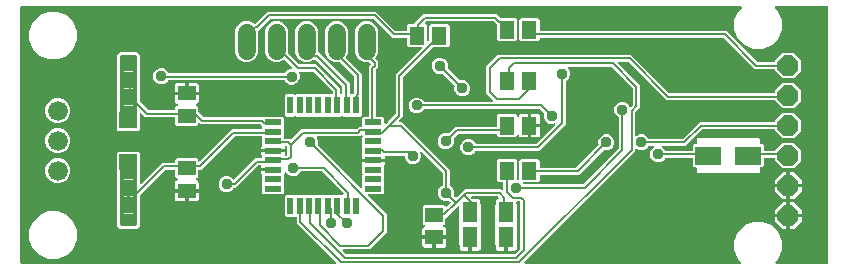
<source format=gbr>
G04 EAGLE Gerber RS-274X export*
G75*
%MOMM*%
%FSLAX34Y34*%
%LPD*%
%INBottom Copper*%
%IPPOS*%
%AMOC8*
5,1,8,0,0,1.08239X$1,22.5*%
G01*
%ADD10R,1.524000X1.397000*%
%ADD11R,1.500000X1.300000*%
%ADD12R,1.295400X1.738275*%
%ADD13R,1.300000X1.500000*%
%ADD14P,1.924489X8X202.500000*%
%ADD15C,1.676400*%
%ADD16R,1.473200X0.508000*%
%ADD17R,0.508000X1.473200*%
%ADD18C,0.377500*%
%ADD19C,1.524000*%
%ADD20R,2.184400X1.574800*%
%ADD21C,0.939800*%
%ADD22C,0.956400*%
%ADD23C,0.203200*%

G36*
X441977Y187972D02*
X441977Y187972D01*
X442048Y187974D01*
X442097Y187992D01*
X442149Y188000D01*
X442212Y188034D01*
X442279Y188059D01*
X442320Y188091D01*
X442366Y188116D01*
X442415Y188168D01*
X442471Y188212D01*
X442500Y188256D01*
X442535Y188294D01*
X442566Y188359D01*
X442604Y188419D01*
X442617Y188470D01*
X442639Y188517D01*
X442647Y188588D01*
X442664Y188658D01*
X442660Y188710D01*
X442666Y188761D01*
X442651Y188832D01*
X442645Y188903D01*
X442625Y188951D01*
X442614Y189002D01*
X442577Y189063D01*
X442549Y189129D01*
X442504Y189185D01*
X442488Y189213D01*
X442470Y189228D01*
X442444Y189260D01*
X409447Y222257D01*
X409447Y226822D01*
X409444Y226842D01*
X409446Y226861D01*
X409424Y226963D01*
X409408Y227065D01*
X409398Y227082D01*
X409394Y227102D01*
X409341Y227191D01*
X409292Y227282D01*
X409278Y227296D01*
X409268Y227313D01*
X409189Y227380D01*
X409114Y227452D01*
X409096Y227460D01*
X409081Y227473D01*
X408985Y227512D01*
X408891Y227555D01*
X408871Y227557D01*
X408853Y227565D01*
X408686Y227583D01*
X408418Y227583D01*
X408338Y227663D01*
X408322Y227675D01*
X408310Y227690D01*
X408223Y227746D01*
X408139Y227807D01*
X408120Y227812D01*
X408103Y227823D01*
X408002Y227848D01*
X407904Y227879D01*
X407884Y227878D01*
X407864Y227883D01*
X407761Y227875D01*
X407658Y227873D01*
X407639Y227866D01*
X407619Y227864D01*
X407524Y227824D01*
X407427Y227788D01*
X407411Y227776D01*
X407393Y227768D01*
X407262Y227663D01*
X407182Y227583D01*
X400418Y227583D01*
X399227Y228774D01*
X399227Y245190D01*
X400418Y246381D01*
X407182Y246381D01*
X407262Y246301D01*
X407278Y246289D01*
X407290Y246274D01*
X407378Y246218D01*
X407461Y246157D01*
X407480Y246152D01*
X407497Y246141D01*
X407598Y246116D01*
X407697Y246085D01*
X407717Y246086D01*
X407736Y246081D01*
X407839Y246089D01*
X407942Y246091D01*
X407961Y246098D01*
X407981Y246100D01*
X408076Y246140D01*
X408173Y246176D01*
X408189Y246188D01*
X408207Y246196D01*
X408338Y246301D01*
X408418Y246381D01*
X415182Y246381D01*
X415262Y246301D01*
X415278Y246289D01*
X415290Y246274D01*
X415378Y246218D01*
X415461Y246157D01*
X415480Y246152D01*
X415497Y246141D01*
X415598Y246116D01*
X415697Y246085D01*
X415717Y246086D01*
X415736Y246081D01*
X415839Y246089D01*
X415942Y246091D01*
X415961Y246098D01*
X415981Y246100D01*
X416076Y246140D01*
X416173Y246176D01*
X416189Y246188D01*
X416207Y246196D01*
X416338Y246301D01*
X416418Y246381D01*
X423182Y246381D01*
X423262Y246301D01*
X423278Y246289D01*
X423290Y246274D01*
X423378Y246218D01*
X423461Y246157D01*
X423480Y246152D01*
X423497Y246141D01*
X423598Y246116D01*
X423697Y246085D01*
X423717Y246086D01*
X423736Y246081D01*
X423839Y246089D01*
X423942Y246091D01*
X423961Y246098D01*
X423981Y246100D01*
X424076Y246140D01*
X424173Y246176D01*
X424189Y246188D01*
X424207Y246196D01*
X424338Y246301D01*
X424418Y246381D01*
X431182Y246381D01*
X431262Y246301D01*
X431278Y246289D01*
X431290Y246274D01*
X431378Y246218D01*
X431461Y246157D01*
X431480Y246152D01*
X431497Y246141D01*
X431598Y246116D01*
X431697Y246085D01*
X431717Y246086D01*
X431736Y246081D01*
X431839Y246089D01*
X431942Y246091D01*
X431961Y246098D01*
X431981Y246100D01*
X432076Y246140D01*
X432173Y246176D01*
X432189Y246188D01*
X432207Y246196D01*
X432338Y246301D01*
X432418Y246381D01*
X439182Y246381D01*
X439262Y246301D01*
X439278Y246289D01*
X439290Y246274D01*
X439378Y246218D01*
X439461Y246157D01*
X439480Y246152D01*
X439497Y246141D01*
X439598Y246116D01*
X439697Y246085D01*
X439717Y246086D01*
X439736Y246081D01*
X439839Y246089D01*
X439942Y246091D01*
X439961Y246098D01*
X439981Y246100D01*
X440076Y246140D01*
X440173Y246176D01*
X440189Y246188D01*
X440207Y246196D01*
X440338Y246301D01*
X440418Y246381D01*
X447182Y246381D01*
X447262Y246301D01*
X447278Y246289D01*
X447290Y246274D01*
X447378Y246218D01*
X447461Y246157D01*
X447480Y246152D01*
X447497Y246141D01*
X447598Y246116D01*
X447697Y246085D01*
X447717Y246086D01*
X447736Y246081D01*
X447839Y246089D01*
X447942Y246091D01*
X447961Y246098D01*
X447981Y246100D01*
X448076Y246140D01*
X448173Y246176D01*
X448189Y246188D01*
X448207Y246196D01*
X448338Y246301D01*
X448418Y246381D01*
X448510Y246381D01*
X448581Y246392D01*
X448652Y246394D01*
X448701Y246412D01*
X448753Y246420D01*
X448816Y246454D01*
X448883Y246479D01*
X448924Y246511D01*
X448970Y246536D01*
X449019Y246588D01*
X449075Y246632D01*
X449104Y246676D01*
X449139Y246714D01*
X449170Y246779D01*
X449208Y246839D01*
X449221Y246890D01*
X449243Y246937D01*
X449251Y247008D01*
X449268Y247078D01*
X449264Y247130D01*
X449270Y247181D01*
X449255Y247252D01*
X449249Y247323D01*
X449229Y247371D01*
X449218Y247422D01*
X449181Y247483D01*
X449153Y247549D01*
X449108Y247605D01*
X449092Y247633D01*
X449074Y247648D01*
X449048Y247680D01*
X431014Y265714D01*
X430940Y265767D01*
X430871Y265827D01*
X430841Y265839D01*
X430814Y265858D01*
X430727Y265885D01*
X430643Y265919D01*
X430602Y265923D01*
X430579Y265930D01*
X430547Y265929D01*
X430476Y265937D01*
X412932Y265937D01*
X412817Y265918D01*
X412701Y265901D01*
X412696Y265899D01*
X412689Y265898D01*
X412587Y265843D01*
X412482Y265790D01*
X412478Y265785D01*
X412472Y265782D01*
X412392Y265698D01*
X412310Y265614D01*
X412306Y265608D01*
X412303Y265604D01*
X412295Y265587D01*
X412229Y265467D01*
X412107Y265173D01*
X410213Y263279D01*
X407739Y262254D01*
X405061Y262254D01*
X402587Y263279D01*
X400588Y265278D01*
X400530Y265319D01*
X400478Y265369D01*
X400431Y265391D01*
X400389Y265421D01*
X400320Y265442D01*
X400255Y265472D01*
X400203Y265478D01*
X400153Y265494D01*
X400082Y265492D01*
X400011Y265500D01*
X399960Y265489D01*
X399908Y265487D01*
X399840Y265463D01*
X399770Y265447D01*
X399725Y265421D01*
X399677Y265403D01*
X399621Y265358D01*
X399559Y265321D01*
X399525Y265282D01*
X399485Y265249D01*
X399446Y265189D01*
X399399Y265134D01*
X399380Y265086D01*
X399352Y265042D01*
X399334Y264973D01*
X399307Y264906D01*
X399299Y264835D01*
X399291Y264804D01*
X399293Y264780D01*
X399289Y264739D01*
X399289Y264526D01*
X399116Y263879D01*
X398883Y263476D01*
X398842Y263369D01*
X398799Y263262D01*
X398798Y263252D01*
X398796Y263246D01*
X398795Y263224D01*
X398781Y263095D01*
X398781Y256018D01*
X398701Y255938D01*
X398689Y255922D01*
X398674Y255910D01*
X398618Y255822D01*
X398557Y255739D01*
X398552Y255720D01*
X398541Y255703D01*
X398516Y255602D01*
X398485Y255503D01*
X398486Y255483D01*
X398481Y255464D01*
X398489Y255361D01*
X398491Y255258D01*
X398498Y255239D01*
X398500Y255219D01*
X398540Y255124D01*
X398576Y255027D01*
X398588Y255011D01*
X398596Y254993D01*
X398701Y254862D01*
X398781Y254782D01*
X398781Y248018D01*
X397590Y246827D01*
X381174Y246827D01*
X379983Y248018D01*
X379983Y254782D01*
X380063Y254862D01*
X380075Y254878D01*
X380090Y254890D01*
X380146Y254977D01*
X380207Y255061D01*
X380212Y255080D01*
X380223Y255097D01*
X380248Y255198D01*
X380279Y255296D01*
X380278Y255316D01*
X380283Y255336D01*
X380275Y255439D01*
X380273Y255542D01*
X380266Y255561D01*
X380264Y255581D01*
X380224Y255676D01*
X380188Y255773D01*
X380176Y255789D01*
X380168Y255807D01*
X380063Y255938D01*
X379983Y256018D01*
X379983Y263095D01*
X379965Y263208D01*
X379949Y263322D01*
X379945Y263332D01*
X379944Y263338D01*
X379933Y263358D01*
X379881Y263476D01*
X379648Y263879D01*
X379475Y264526D01*
X379475Y266131D01*
X388874Y266131D01*
X388893Y266134D01*
X388913Y266132D01*
X389015Y266154D01*
X389117Y266170D01*
X389134Y266180D01*
X389154Y266184D01*
X389243Y266237D01*
X389334Y266286D01*
X389348Y266300D01*
X389365Y266310D01*
X389432Y266389D01*
X389503Y266464D01*
X389512Y266482D01*
X389525Y266497D01*
X389563Y266593D01*
X389607Y266687D01*
X389609Y266707D01*
X389617Y266725D01*
X389635Y266892D01*
X389635Y267908D01*
X389633Y267921D01*
X389634Y267931D01*
X389633Y267937D01*
X389634Y267947D01*
X389612Y268049D01*
X389595Y268151D01*
X389586Y268168D01*
X389582Y268188D01*
X389529Y268277D01*
X389480Y268368D01*
X389466Y268382D01*
X389456Y268399D01*
X389377Y268466D01*
X389302Y268538D01*
X389284Y268546D01*
X389269Y268559D01*
X389172Y268598D01*
X389079Y268641D01*
X389059Y268643D01*
X389041Y268651D01*
X388874Y268669D01*
X379475Y268669D01*
X379475Y270274D01*
X379486Y270313D01*
X379497Y270432D01*
X379510Y270549D01*
X379510Y270554D01*
X379510Y270558D01*
X379484Y270671D01*
X379458Y270790D01*
X379456Y270793D01*
X379455Y270798D01*
X379393Y270899D01*
X379332Y271001D01*
X379329Y271004D01*
X379327Y271007D01*
X379235Y271084D01*
X379145Y271161D01*
X379141Y271162D01*
X379138Y271165D01*
X379028Y271208D01*
X378917Y271253D01*
X378912Y271253D01*
X378909Y271255D01*
X378895Y271255D01*
X378750Y271271D01*
X377498Y271271D01*
X377408Y271257D01*
X377317Y271249D01*
X377287Y271237D01*
X377255Y271232D01*
X377175Y271189D01*
X377091Y271153D01*
X377059Y271127D01*
X377038Y271116D01*
X377016Y271093D01*
X376960Y271048D01*
X358133Y252221D01*
X356544Y252221D01*
X356429Y252202D01*
X356313Y252185D01*
X356308Y252183D01*
X356301Y252182D01*
X356199Y252127D01*
X356094Y252074D01*
X356090Y252069D01*
X356084Y252066D01*
X356004Y251982D01*
X355922Y251898D01*
X355918Y251892D01*
X355915Y251888D01*
X355907Y251871D01*
X355841Y251751D01*
X355719Y251457D01*
X353825Y249563D01*
X351351Y248538D01*
X348673Y248538D01*
X346199Y249563D01*
X344305Y251457D01*
X343280Y253931D01*
X343280Y256609D01*
X344305Y259083D01*
X346199Y260977D01*
X348673Y262002D01*
X351351Y262002D01*
X353825Y260977D01*
X355507Y259295D01*
X355523Y259283D01*
X355536Y259268D01*
X355623Y259212D01*
X355707Y259152D01*
X355726Y259146D01*
X355743Y259135D01*
X355843Y259110D01*
X355942Y259079D01*
X355962Y259080D01*
X355981Y259075D01*
X356084Y259083D01*
X356188Y259086D01*
X356206Y259092D01*
X356226Y259094D01*
X356321Y259134D01*
X356419Y259170D01*
X356434Y259183D01*
X356453Y259190D01*
X356584Y259295D01*
X372648Y275360D01*
X374657Y277369D01*
X379222Y277369D01*
X379242Y277372D01*
X379261Y277370D01*
X379363Y277392D01*
X379465Y277408D01*
X379482Y277418D01*
X379502Y277422D01*
X379591Y277475D01*
X379682Y277524D01*
X379696Y277538D01*
X379713Y277548D01*
X379780Y277627D01*
X379852Y277702D01*
X379860Y277720D01*
X379873Y277735D01*
X379912Y277831D01*
X379955Y277925D01*
X379957Y277945D01*
X379965Y277963D01*
X379983Y278130D01*
X379983Y279095D01*
X379965Y279208D01*
X379949Y279322D01*
X379945Y279332D01*
X379944Y279338D01*
X379933Y279358D01*
X379881Y279476D01*
X379648Y279879D01*
X379475Y280526D01*
X379475Y282131D01*
X388874Y282131D01*
X388893Y282134D01*
X388913Y282132D01*
X389015Y282154D01*
X389117Y282170D01*
X389134Y282180D01*
X389154Y282184D01*
X389243Y282237D01*
X389334Y282286D01*
X389348Y282300D01*
X389365Y282310D01*
X389386Y282335D01*
X389387Y282334D01*
X389462Y282262D01*
X389480Y282254D01*
X389495Y282241D01*
X389592Y282202D01*
X389685Y282159D01*
X389705Y282157D01*
X389723Y282149D01*
X389890Y282131D01*
X399289Y282131D01*
X399289Y280526D01*
X399244Y280359D01*
X399232Y280240D01*
X399219Y280123D01*
X399220Y280118D01*
X399220Y280114D01*
X399246Y279998D01*
X399271Y279882D01*
X399274Y279879D01*
X399275Y279875D01*
X399337Y279773D01*
X399398Y279671D01*
X399401Y279668D01*
X399403Y279665D01*
X399494Y279588D01*
X399585Y279511D01*
X399588Y279510D01*
X399592Y279507D01*
X399702Y279464D01*
X399813Y279419D01*
X399818Y279419D01*
X399821Y279417D01*
X399834Y279417D01*
X399979Y279401D01*
X400558Y279401D01*
X400578Y279404D01*
X400597Y279402D01*
X400699Y279424D01*
X400801Y279440D01*
X400818Y279450D01*
X400838Y279454D01*
X400927Y279507D01*
X401018Y279556D01*
X401032Y279570D01*
X401049Y279580D01*
X401116Y279659D01*
X401188Y279734D01*
X401196Y279752D01*
X401209Y279767D01*
X401248Y279863D01*
X401291Y279957D01*
X401293Y279977D01*
X401301Y279995D01*
X401319Y280162D01*
X401319Y286766D01*
X401316Y286786D01*
X401318Y286805D01*
X401296Y286907D01*
X401280Y287009D01*
X401270Y287026D01*
X401266Y287046D01*
X401213Y287135D01*
X401164Y287226D01*
X401150Y287240D01*
X401140Y287257D01*
X401061Y287324D01*
X400986Y287396D01*
X400968Y287404D01*
X400953Y287417D01*
X400857Y287456D01*
X400763Y287499D01*
X400743Y287501D01*
X400725Y287509D01*
X400558Y287527D01*
X399945Y287527D01*
X399828Y287508D01*
X399710Y287490D01*
X399707Y287488D01*
X399702Y287488D01*
X399597Y287432D01*
X399492Y287377D01*
X399489Y287374D01*
X399485Y287372D01*
X399403Y287286D01*
X399320Y287201D01*
X399319Y287197D01*
X399316Y287194D01*
X399265Y287086D01*
X399214Y286979D01*
X399214Y286975D01*
X399212Y286971D01*
X399199Y286854D01*
X399185Y286735D01*
X399185Y286730D01*
X399185Y286727D01*
X399188Y286713D01*
X399210Y286569D01*
X399289Y286275D01*
X399289Y284669D01*
X389890Y284669D01*
X389871Y284666D01*
X389851Y284668D01*
X389749Y284646D01*
X389647Y284630D01*
X389630Y284620D01*
X389610Y284616D01*
X389521Y284563D01*
X389430Y284514D01*
X389416Y284500D01*
X389399Y284490D01*
X389378Y284465D01*
X389377Y284466D01*
X389302Y284538D01*
X389284Y284546D01*
X389269Y284559D01*
X389172Y284598D01*
X389079Y284641D01*
X389059Y284643D01*
X389041Y284651D01*
X388874Y284669D01*
X379475Y284669D01*
X379475Y286274D01*
X379648Y286921D01*
X379881Y287324D01*
X379922Y287431D01*
X379926Y287443D01*
X379944Y287479D01*
X379944Y287487D01*
X379965Y287538D01*
X379966Y287548D01*
X379968Y287554D01*
X379969Y287576D01*
X379983Y287705D01*
X379983Y294894D01*
X379980Y294914D01*
X379982Y294933D01*
X379960Y295035D01*
X379944Y295137D01*
X379934Y295154D01*
X379930Y295174D01*
X379877Y295263D01*
X379828Y295354D01*
X379814Y295368D01*
X379804Y295385D01*
X379725Y295452D01*
X379650Y295524D01*
X379632Y295532D01*
X379617Y295545D01*
X379521Y295584D01*
X379427Y295627D01*
X379407Y295629D01*
X379389Y295637D01*
X379222Y295655D01*
X357178Y295655D01*
X357088Y295641D01*
X356997Y295633D01*
X356967Y295621D01*
X356935Y295616D01*
X356855Y295573D01*
X356771Y295537D01*
X356739Y295511D01*
X356718Y295500D01*
X356696Y295477D01*
X356640Y295432D01*
X328415Y267207D01*
X326524Y267207D01*
X326504Y267204D01*
X326485Y267206D01*
X326383Y267184D01*
X326281Y267168D01*
X326264Y267158D01*
X326244Y267154D01*
X326155Y267101D01*
X326064Y267052D01*
X326050Y267038D01*
X326033Y267028D01*
X325966Y266949D01*
X325894Y266874D01*
X325886Y266856D01*
X325873Y266841D01*
X325834Y266745D01*
X325791Y266651D01*
X325789Y266631D01*
X325781Y266613D01*
X325763Y266446D01*
X325763Y261238D01*
X324572Y260047D01*
X324523Y260047D01*
X324499Y260043D01*
X324475Y260046D01*
X324378Y260024D01*
X324280Y260008D01*
X324259Y259996D01*
X324235Y259991D01*
X324150Y259939D01*
X324063Y259892D01*
X324046Y259875D01*
X324025Y259862D01*
X323962Y259786D01*
X323893Y259714D01*
X323883Y259692D01*
X323868Y259674D01*
X323832Y259581D01*
X323790Y259491D01*
X323787Y259467D01*
X323778Y259445D01*
X323774Y259345D01*
X323763Y259247D01*
X323768Y259223D01*
X323767Y259199D01*
X323794Y259103D01*
X323815Y259006D01*
X323827Y258985D01*
X323834Y258962D01*
X323890Y258880D01*
X323941Y258795D01*
X323959Y258779D01*
X323973Y258760D01*
X324052Y258700D01*
X324128Y258635D01*
X324150Y258626D01*
X324170Y258612D01*
X324326Y258551D01*
X324711Y258448D01*
X325290Y258113D01*
X325763Y257640D01*
X326098Y257061D01*
X326271Y256414D01*
X326271Y251103D01*
X316992Y251103D01*
X316972Y251100D01*
X316953Y251102D01*
X316851Y251080D01*
X316749Y251063D01*
X316732Y251054D01*
X316712Y251050D01*
X316623Y250997D01*
X316532Y250948D01*
X316518Y250934D01*
X316501Y250924D01*
X316434Y250845D01*
X316363Y250770D01*
X316354Y250752D01*
X316341Y250737D01*
X316302Y250641D01*
X316259Y250547D01*
X316257Y250527D01*
X316249Y250509D01*
X316231Y250342D01*
X316231Y249579D01*
X316229Y249579D01*
X316229Y250342D01*
X316226Y250362D01*
X316228Y250381D01*
X316206Y250483D01*
X316189Y250585D01*
X316180Y250602D01*
X316176Y250622D01*
X316123Y250711D01*
X316074Y250802D01*
X316060Y250816D01*
X316050Y250833D01*
X315971Y250900D01*
X315896Y250971D01*
X315878Y250980D01*
X315863Y250993D01*
X315767Y251032D01*
X315673Y251075D01*
X315653Y251077D01*
X315635Y251085D01*
X315468Y251103D01*
X306189Y251103D01*
X306189Y256414D01*
X306362Y257061D01*
X306697Y257640D01*
X307170Y258113D01*
X307749Y258448D01*
X308134Y258551D01*
X308156Y258561D01*
X308180Y258565D01*
X308268Y258611D01*
X308358Y258652D01*
X308376Y258668D01*
X308397Y258680D01*
X308466Y258751D01*
X308539Y258819D01*
X308550Y258840D01*
X308567Y258858D01*
X308609Y258948D01*
X308656Y259035D01*
X308660Y259059D01*
X308670Y259081D01*
X308681Y259180D01*
X308698Y259278D01*
X308695Y259302D01*
X308697Y259325D01*
X308676Y259422D01*
X308661Y259521D01*
X308650Y259542D01*
X308645Y259566D01*
X308594Y259651D01*
X308549Y259740D01*
X308531Y259756D01*
X308519Y259777D01*
X308443Y259842D01*
X308372Y259911D01*
X308350Y259921D01*
X308332Y259937D01*
X308240Y259974D01*
X308150Y260017D01*
X308126Y260020D01*
X308104Y260029D01*
X307937Y260047D01*
X307888Y260047D01*
X306697Y261238D01*
X306697Y266446D01*
X306694Y266466D01*
X306696Y266485D01*
X306674Y266587D01*
X306658Y266689D01*
X306648Y266706D01*
X306644Y266726D01*
X306591Y266815D01*
X306542Y266906D01*
X306528Y266920D01*
X306518Y266937D01*
X306439Y267004D01*
X306364Y267076D01*
X306346Y267084D01*
X306331Y267097D01*
X306235Y267136D01*
X306141Y267179D01*
X306121Y267181D01*
X306103Y267189D01*
X305936Y267207D01*
X298250Y267207D01*
X298160Y267193D01*
X298069Y267185D01*
X298039Y267173D01*
X298007Y267168D01*
X297927Y267125D01*
X297843Y267089D01*
X297811Y267063D01*
X297790Y267052D01*
X297768Y267029D01*
X297712Y266984D01*
X276506Y245778D01*
X276453Y245704D01*
X276393Y245635D01*
X276381Y245605D01*
X276362Y245578D01*
X276335Y245491D01*
X276301Y245407D01*
X276297Y245366D01*
X276290Y245343D01*
X276291Y245311D01*
X276283Y245240D01*
X276283Y219814D01*
X273986Y217517D01*
X259414Y217517D01*
X257117Y219814D01*
X257117Y265473D01*
X257103Y265563D01*
X257095Y265654D01*
X257083Y265684D01*
X257078Y265715D01*
X257047Y265773D01*
X257047Y281512D01*
X258238Y282703D01*
X275162Y282703D01*
X276353Y281512D01*
X276353Y265781D01*
X276335Y265724D01*
X276301Y265639D01*
X276297Y265599D01*
X276290Y265576D01*
X276291Y265544D01*
X276283Y265473D01*
X276283Y256016D01*
X276294Y255945D01*
X276296Y255874D01*
X276314Y255825D01*
X276322Y255773D01*
X276356Y255710D01*
X276381Y255643D01*
X276413Y255602D01*
X276438Y255556D01*
X276490Y255507D01*
X276534Y255451D01*
X276578Y255422D01*
X276616Y255387D01*
X276681Y255356D01*
X276741Y255318D01*
X276792Y255305D01*
X276839Y255283D01*
X276910Y255275D01*
X276980Y255258D01*
X277032Y255262D01*
X277083Y255256D01*
X277154Y255271D01*
X277225Y255277D01*
X277273Y255297D01*
X277324Y255308D01*
X277385Y255345D01*
X277451Y255373D01*
X277507Y255418D01*
X277535Y255434D01*
X277550Y255452D01*
X277582Y255478D01*
X295409Y273305D01*
X305936Y273305D01*
X305956Y273308D01*
X305975Y273306D01*
X306077Y273328D01*
X306179Y273344D01*
X306196Y273354D01*
X306216Y273358D01*
X306305Y273411D01*
X306396Y273460D01*
X306410Y273474D01*
X306427Y273484D01*
X306494Y273563D01*
X306566Y273638D01*
X306574Y273656D01*
X306587Y273671D01*
X306626Y273767D01*
X306669Y273861D01*
X306671Y273881D01*
X306679Y273899D01*
X306697Y274066D01*
X306697Y275922D01*
X307888Y277113D01*
X324572Y277113D01*
X325763Y275922D01*
X325763Y275016D01*
X325774Y274945D01*
X325776Y274874D01*
X325794Y274825D01*
X325802Y274773D01*
X325836Y274710D01*
X325861Y274643D01*
X325893Y274602D01*
X325918Y274556D01*
X325970Y274507D01*
X326014Y274451D01*
X326058Y274422D01*
X326096Y274387D01*
X326161Y274356D01*
X326221Y274318D01*
X326272Y274305D01*
X326319Y274283D01*
X326390Y274275D01*
X326460Y274258D01*
X326512Y274262D01*
X326563Y274256D01*
X326634Y274271D01*
X326705Y274277D01*
X326753Y274297D01*
X326804Y274308D01*
X326865Y274345D01*
X326931Y274373D01*
X326987Y274418D01*
X327015Y274434D01*
X327030Y274452D01*
X327062Y274478D01*
X354337Y301753D01*
X379222Y301753D01*
X379242Y301756D01*
X379261Y301754D01*
X379363Y301776D01*
X379465Y301792D01*
X379482Y301802D01*
X379502Y301806D01*
X379591Y301859D01*
X379682Y301908D01*
X379696Y301922D01*
X379713Y301932D01*
X379780Y302011D01*
X379852Y302086D01*
X379860Y302104D01*
X379873Y302119D01*
X379912Y302215D01*
X379955Y302309D01*
X379957Y302329D01*
X379965Y302347D01*
X379983Y302514D01*
X379983Y302782D01*
X380063Y302862D01*
X380075Y302878D01*
X380090Y302890D01*
X380146Y302977D01*
X380207Y303061D01*
X380212Y303080D01*
X380223Y303097D01*
X380248Y303198D01*
X380279Y303296D01*
X380278Y303316D01*
X380283Y303336D01*
X380275Y303439D01*
X380273Y303542D01*
X380266Y303561D01*
X380264Y303581D01*
X380224Y303676D01*
X380188Y303773D01*
X380176Y303789D01*
X380168Y303807D01*
X380063Y303938D01*
X379983Y304018D01*
X379983Y304238D01*
X379969Y304328D01*
X379961Y304419D01*
X379949Y304449D01*
X379944Y304481D01*
X379901Y304561D01*
X379865Y304645D01*
X379839Y304677D01*
X379828Y304698D01*
X379805Y304720D01*
X379760Y304776D01*
X378944Y305592D01*
X378870Y305645D01*
X378801Y305705D01*
X378771Y305717D01*
X378744Y305736D01*
X378657Y305763D01*
X378573Y305797D01*
X378532Y305801D01*
X378509Y305808D01*
X378477Y305807D01*
X378406Y305815D01*
X327921Y305815D01*
X327062Y306674D01*
X327004Y306716D01*
X326952Y306765D01*
X326905Y306787D01*
X326863Y306818D01*
X326794Y306839D01*
X326729Y306869D01*
X326677Y306875D01*
X326627Y306890D01*
X326556Y306888D01*
X326485Y306896D01*
X326434Y306885D01*
X326382Y306884D01*
X326314Y306859D01*
X326244Y306844D01*
X326199Y306817D01*
X326151Y306799D01*
X326095Y306754D01*
X326033Y306718D01*
X325999Y306678D01*
X325959Y306646D01*
X325920Y306585D01*
X325873Y306531D01*
X325854Y306482D01*
X325826Y306439D01*
X325808Y306369D01*
X325781Y306303D01*
X325773Y306231D01*
X325765Y306200D01*
X325767Y306177D01*
X325763Y306136D01*
X325763Y305738D01*
X324572Y304547D01*
X307888Y304547D01*
X306697Y305738D01*
X306697Y311150D01*
X306694Y311170D01*
X306696Y311189D01*
X306674Y311291D01*
X306658Y311393D01*
X306648Y311410D01*
X306644Y311430D01*
X306591Y311519D01*
X306542Y311610D01*
X306528Y311624D01*
X306518Y311641D01*
X306439Y311708D01*
X306364Y311780D01*
X306346Y311788D01*
X306331Y311801D01*
X306235Y311840D01*
X306141Y311883D01*
X306121Y311885D01*
X306103Y311893D01*
X305936Y311911D01*
X281185Y311911D01*
X277652Y315444D01*
X277594Y315486D01*
X277542Y315535D01*
X277495Y315557D01*
X277453Y315588D01*
X277384Y315609D01*
X277319Y315639D01*
X277267Y315645D01*
X277217Y315660D01*
X277146Y315658D01*
X277075Y315666D01*
X277024Y315655D01*
X276972Y315654D01*
X276904Y315629D01*
X276834Y315614D01*
X276789Y315587D01*
X276741Y315569D01*
X276685Y315524D01*
X276623Y315488D01*
X276589Y315448D01*
X276549Y315416D01*
X276510Y315355D01*
X276463Y315301D01*
X276444Y315252D01*
X276416Y315209D01*
X276398Y315139D01*
X276371Y315073D01*
X276363Y315001D01*
X276355Y314970D01*
X276357Y314947D01*
X276353Y314906D01*
X276353Y301418D01*
X275162Y300227D01*
X258238Y300227D01*
X257047Y301418D01*
X257047Y317149D01*
X257065Y317205D01*
X257099Y317291D01*
X257103Y317331D01*
X257110Y317354D01*
X257109Y317386D01*
X257117Y317457D01*
X257117Y364386D01*
X259414Y366683D01*
X273986Y366683D01*
X276283Y364386D01*
X276283Y325752D01*
X276289Y325711D01*
X276289Y325708D01*
X276293Y325687D01*
X276297Y325662D01*
X276305Y325571D01*
X276317Y325541D01*
X276322Y325509D01*
X276339Y325479D01*
X276341Y325467D01*
X276368Y325423D01*
X276401Y325345D01*
X276427Y325313D01*
X276438Y325292D01*
X276457Y325274D01*
X276467Y325256D01*
X276482Y325244D01*
X276506Y325214D01*
X283488Y318232D01*
X283562Y318179D01*
X283631Y318119D01*
X283661Y318107D01*
X283688Y318088D01*
X283775Y318061D01*
X283859Y318027D01*
X283900Y318023D01*
X283923Y318016D01*
X283955Y318017D01*
X284026Y318009D01*
X305936Y318009D01*
X305956Y318012D01*
X305975Y318010D01*
X306077Y318032D01*
X306179Y318048D01*
X306196Y318058D01*
X306216Y318062D01*
X306305Y318115D01*
X306396Y318164D01*
X306410Y318178D01*
X306427Y318188D01*
X306494Y318267D01*
X306566Y318342D01*
X306574Y318360D01*
X306587Y318375D01*
X306626Y318471D01*
X306669Y318565D01*
X306671Y318585D01*
X306679Y318603D01*
X306697Y318770D01*
X306697Y320422D01*
X307888Y321613D01*
X307937Y321613D01*
X307961Y321617D01*
X307985Y321614D01*
X308082Y321636D01*
X308180Y321652D01*
X308201Y321664D01*
X308225Y321669D01*
X308310Y321721D01*
X308397Y321768D01*
X308414Y321785D01*
X308434Y321798D01*
X308498Y321874D01*
X308567Y321946D01*
X308577Y321968D01*
X308592Y321986D01*
X308628Y322079D01*
X308670Y322169D01*
X308673Y322193D01*
X308682Y322215D01*
X308686Y322315D01*
X308697Y322413D01*
X308692Y322437D01*
X308693Y322461D01*
X308666Y322556D01*
X308645Y322654D01*
X308633Y322675D01*
X308626Y322698D01*
X308570Y322779D01*
X308519Y322865D01*
X308501Y322881D01*
X308487Y322900D01*
X308408Y322960D01*
X308332Y323025D01*
X308310Y323034D01*
X308290Y323048D01*
X308134Y323109D01*
X307749Y323212D01*
X307170Y323547D01*
X306697Y324020D01*
X306362Y324599D01*
X306189Y325246D01*
X306189Y330557D01*
X315468Y330557D01*
X315488Y330560D01*
X315507Y330558D01*
X315609Y330580D01*
X315711Y330597D01*
X315728Y330606D01*
X315748Y330610D01*
X315837Y330663D01*
X315928Y330712D01*
X315942Y330726D01*
X315959Y330736D01*
X316026Y330815D01*
X316097Y330890D01*
X316106Y330908D01*
X316119Y330923D01*
X316158Y331019D01*
X316201Y331113D01*
X316203Y331133D01*
X316211Y331151D01*
X316229Y331318D01*
X316229Y332081D01*
X316231Y332081D01*
X316231Y331318D01*
X316234Y331298D01*
X316232Y331279D01*
X316254Y331177D01*
X316271Y331075D01*
X316280Y331058D01*
X316284Y331038D01*
X316337Y330949D01*
X316386Y330858D01*
X316400Y330844D01*
X316410Y330827D01*
X316489Y330760D01*
X316564Y330689D01*
X316582Y330680D01*
X316597Y330667D01*
X316693Y330628D01*
X316787Y330585D01*
X316807Y330583D01*
X316825Y330575D01*
X316992Y330557D01*
X326271Y330557D01*
X326271Y325246D01*
X326098Y324599D01*
X325763Y324020D01*
X325290Y323547D01*
X324711Y323212D01*
X324326Y323109D01*
X324304Y323099D01*
X324280Y323095D01*
X324192Y323049D01*
X324102Y323008D01*
X324084Y322992D01*
X324063Y322980D01*
X323994Y322909D01*
X323921Y322841D01*
X323910Y322820D01*
X323893Y322802D01*
X323851Y322712D01*
X323804Y322625D01*
X323800Y322601D01*
X323790Y322579D01*
X323779Y322480D01*
X323762Y322382D01*
X323765Y322358D01*
X323763Y322335D01*
X323784Y322238D01*
X323799Y322139D01*
X323810Y322118D01*
X323815Y322094D01*
X323866Y322009D01*
X323911Y321920D01*
X323929Y321904D01*
X323941Y321883D01*
X324017Y321818D01*
X324088Y321749D01*
X324110Y321739D01*
X324128Y321723D01*
X324220Y321686D01*
X324310Y321643D01*
X324334Y321640D01*
X324356Y321631D01*
X324523Y321613D01*
X324572Y321613D01*
X325763Y320422D01*
X325763Y316912D01*
X325777Y316822D01*
X325785Y316731D01*
X325797Y316701D01*
X325802Y316669D01*
X325845Y316589D01*
X325881Y316505D01*
X325907Y316473D01*
X325918Y316452D01*
X325941Y316430D01*
X325986Y316374D01*
X326360Y316000D01*
X330224Y312136D01*
X330298Y312083D01*
X330367Y312023D01*
X330397Y312011D01*
X330424Y311992D01*
X330511Y311965D01*
X330595Y311931D01*
X330636Y311927D01*
X330659Y311920D01*
X330691Y311921D01*
X330762Y311913D01*
X380799Y311913D01*
X380889Y311927D01*
X380980Y311935D01*
X381010Y311947D01*
X381041Y311952D01*
X381080Y311973D01*
X397590Y311973D01*
X398781Y310782D01*
X398781Y304018D01*
X398701Y303938D01*
X398689Y303922D01*
X398674Y303910D01*
X398618Y303822D01*
X398557Y303739D01*
X398552Y303720D01*
X398541Y303703D01*
X398516Y303602D01*
X398485Y303503D01*
X398486Y303483D01*
X398481Y303464D01*
X398489Y303361D01*
X398491Y303258D01*
X398498Y303239D01*
X398500Y303219D01*
X398540Y303124D01*
X398576Y303027D01*
X398588Y303011D01*
X398596Y302993D01*
X398701Y302862D01*
X398781Y302782D01*
X398781Y296018D01*
X398701Y295938D01*
X398689Y295922D01*
X398674Y295910D01*
X398618Y295823D01*
X398557Y295739D01*
X398552Y295720D01*
X398541Y295703D01*
X398516Y295602D01*
X398485Y295504D01*
X398486Y295484D01*
X398481Y295464D01*
X398489Y295361D01*
X398491Y295258D01*
X398498Y295239D01*
X398500Y295219D01*
X398540Y295124D01*
X398576Y295027D01*
X398588Y295011D01*
X398596Y294993D01*
X398701Y294862D01*
X398781Y294782D01*
X398781Y294386D01*
X398784Y294366D01*
X398782Y294347D01*
X398804Y294245D01*
X398820Y294143D01*
X398830Y294126D01*
X398834Y294106D01*
X398887Y294017D01*
X398936Y293926D01*
X398950Y293912D01*
X398960Y293895D01*
X399039Y293828D01*
X399114Y293756D01*
X399132Y293748D01*
X399147Y293735D01*
X399243Y293696D01*
X399337Y293653D01*
X399357Y293651D01*
X399375Y293643D01*
X399542Y293625D01*
X403599Y293625D01*
X403830Y293394D01*
X403846Y293382D01*
X403858Y293367D01*
X403946Y293311D01*
X404029Y293250D01*
X404048Y293244D01*
X404065Y293234D01*
X404166Y293208D01*
X404265Y293178D01*
X404284Y293178D01*
X404304Y293174D01*
X404407Y293182D01*
X404510Y293184D01*
X404529Y293191D01*
X404549Y293193D01*
X404644Y293233D01*
X404741Y293269D01*
X404757Y293281D01*
X404775Y293289D01*
X404906Y293394D01*
X413265Y301753D01*
X459686Y301753D01*
X459776Y301767D01*
X459867Y301775D01*
X459897Y301787D01*
X459929Y301792D01*
X460009Y301835D01*
X460093Y301871D01*
X460125Y301897D01*
X460146Y301908D01*
X460168Y301931D01*
X460224Y301976D01*
X462033Y303785D01*
X464058Y303785D01*
X464078Y303788D01*
X464097Y303786D01*
X464199Y303808D01*
X464301Y303824D01*
X464318Y303834D01*
X464338Y303838D01*
X464427Y303891D01*
X464518Y303940D01*
X464532Y303954D01*
X464549Y303964D01*
X464616Y304043D01*
X464688Y304118D01*
X464696Y304136D01*
X464709Y304151D01*
X464748Y304247D01*
X464791Y304341D01*
X464793Y304361D01*
X464801Y304379D01*
X464819Y304546D01*
X464819Y310782D01*
X466010Y311973D01*
X469646Y311973D01*
X469666Y311976D01*
X469685Y311974D01*
X469787Y311996D01*
X469889Y312012D01*
X469906Y312022D01*
X469926Y312026D01*
X470015Y312079D01*
X470106Y312128D01*
X470120Y312142D01*
X470137Y312152D01*
X470204Y312231D01*
X470276Y312306D01*
X470284Y312324D01*
X470297Y312339D01*
X470336Y312435D01*
X470379Y312529D01*
X470381Y312549D01*
X470389Y312567D01*
X470407Y312734D01*
X470407Y354831D01*
X471654Y356078D01*
X471666Y356094D01*
X471681Y356106D01*
X471737Y356194D01*
X471798Y356277D01*
X471804Y356296D01*
X471814Y356313D01*
X471840Y356414D01*
X471870Y356513D01*
X471870Y356532D01*
X471874Y356552D01*
X471866Y356655D01*
X471864Y356758D01*
X471857Y356777D01*
X471855Y356797D01*
X471815Y356892D01*
X471779Y356989D01*
X471767Y357005D01*
X471759Y357023D01*
X471654Y357154D01*
X470384Y358424D01*
X470310Y358477D01*
X470241Y358537D01*
X470211Y358549D01*
X470184Y358568D01*
X470097Y358595D01*
X470013Y358629D01*
X469972Y358633D01*
X469949Y358640D01*
X469917Y358639D01*
X469846Y358647D01*
X466710Y358647D01*
X463162Y360117D01*
X460447Y362832D01*
X458977Y366380D01*
X458977Y385460D01*
X460447Y389008D01*
X463162Y391723D01*
X466710Y393193D01*
X470550Y393193D01*
X474098Y391723D01*
X476813Y389008D01*
X478283Y385460D01*
X478283Y366380D01*
X476813Y362832D01*
X476245Y362264D01*
X476233Y362247D01*
X476217Y362235D01*
X476161Y362148D01*
X476101Y362064D01*
X476095Y362045D01*
X476084Y362028D01*
X476059Y361928D01*
X476029Y361829D01*
X476029Y361809D01*
X476024Y361790D01*
X476032Y361687D01*
X476035Y361583D01*
X476042Y361564D01*
X476043Y361544D01*
X476084Y361449D01*
X476119Y361352D01*
X476132Y361336D01*
X476140Y361318D01*
X476245Y361187D01*
X478537Y358895D01*
X478537Y354337D01*
X476728Y352528D01*
X476675Y352454D01*
X476615Y352385D01*
X476603Y352355D01*
X476584Y352328D01*
X476557Y352241D01*
X476523Y352157D01*
X476519Y352116D01*
X476512Y352093D01*
X476513Y352061D01*
X476505Y351990D01*
X476505Y312734D01*
X476508Y312714D01*
X476506Y312695D01*
X476528Y312593D01*
X476544Y312491D01*
X476554Y312474D01*
X476558Y312454D01*
X476611Y312365D01*
X476660Y312274D01*
X476674Y312260D01*
X476684Y312243D01*
X476763Y312176D01*
X476838Y312104D01*
X476856Y312096D01*
X476871Y312083D01*
X476967Y312044D01*
X477061Y312001D01*
X477081Y311999D01*
X477099Y311991D01*
X477266Y311973D01*
X482426Y311973D01*
X483617Y310782D01*
X483617Y306886D01*
X483628Y306815D01*
X483630Y306744D01*
X483648Y306695D01*
X483656Y306643D01*
X483690Y306580D01*
X483715Y306513D01*
X483747Y306472D01*
X483772Y306426D01*
X483824Y306377D01*
X483868Y306321D01*
X483912Y306292D01*
X483950Y306257D01*
X484015Y306226D01*
X484075Y306188D01*
X484126Y306175D01*
X484173Y306153D01*
X484244Y306145D01*
X484314Y306128D01*
X484366Y306132D01*
X484417Y306126D01*
X484488Y306141D01*
X484559Y306147D01*
X484607Y306167D01*
X484658Y306178D01*
X484719Y306215D01*
X484785Y306243D01*
X484841Y306288D01*
X484869Y306304D01*
X484884Y306322D01*
X484916Y306348D01*
X486640Y308072D01*
X492790Y314222D01*
X492843Y314296D01*
X492903Y314365D01*
X492915Y314395D01*
X492934Y314422D01*
X492961Y314509D01*
X492995Y314593D01*
X492999Y314634D01*
X493006Y314657D01*
X493005Y314689D01*
X493013Y314760D01*
X493013Y348125D01*
X495022Y350134D01*
X515056Y370168D01*
X515098Y370226D01*
X515147Y370278D01*
X515169Y370325D01*
X515200Y370367D01*
X515221Y370436D01*
X515251Y370501D01*
X515257Y370553D01*
X515272Y370603D01*
X515270Y370674D01*
X515278Y370745D01*
X515267Y370796D01*
X515266Y370848D01*
X515241Y370916D01*
X515226Y370986D01*
X515199Y371031D01*
X515181Y371079D01*
X515136Y371135D01*
X515100Y371197D01*
X515060Y371231D01*
X515028Y371271D01*
X514967Y371310D01*
X514913Y371357D01*
X514864Y371376D01*
X514821Y371404D01*
X514751Y371422D01*
X514685Y371449D01*
X514613Y371457D01*
X514582Y371465D01*
X514559Y371463D01*
X514518Y371467D01*
X503858Y371467D01*
X502667Y372658D01*
X502667Y378206D01*
X502664Y378226D01*
X502666Y378245D01*
X502644Y378347D01*
X502628Y378449D01*
X502618Y378466D01*
X502614Y378486D01*
X502561Y378575D01*
X502512Y378666D01*
X502498Y378680D01*
X502488Y378697D01*
X502409Y378764D01*
X502334Y378836D01*
X502316Y378844D01*
X502301Y378857D01*
X502205Y378896D01*
X502111Y378939D01*
X502091Y378941D01*
X502073Y378949D01*
X501906Y378967D01*
X490481Y378967D01*
X474448Y395000D01*
X474374Y395053D01*
X474305Y395113D01*
X474275Y395125D01*
X474248Y395144D01*
X474161Y395171D01*
X474077Y395205D01*
X474036Y395209D01*
X474013Y395216D01*
X473981Y395215D01*
X473910Y395223D01*
X387658Y395223D01*
X387568Y395209D01*
X387477Y395201D01*
X387447Y395189D01*
X387415Y395184D01*
X387335Y395141D01*
X387251Y395105D01*
X387219Y395079D01*
X387198Y395068D01*
X387176Y395045D01*
X387120Y395000D01*
X377078Y384959D01*
X377075Y384957D01*
X376984Y384908D01*
X376970Y384894D01*
X376953Y384884D01*
X376886Y384805D01*
X376814Y384730D01*
X376806Y384712D01*
X376793Y384697D01*
X376754Y384601D01*
X376711Y384507D01*
X376709Y384487D01*
X376701Y384469D01*
X376683Y384302D01*
X376683Y366380D01*
X375213Y362832D01*
X372498Y360117D01*
X368950Y358647D01*
X365110Y358647D01*
X361562Y360117D01*
X358847Y362832D01*
X357377Y366380D01*
X357377Y385460D01*
X358847Y389008D01*
X361562Y391723D01*
X365110Y393193D01*
X368950Y393193D01*
X372498Y391723D01*
X372837Y391384D01*
X372911Y391331D01*
X372981Y391271D01*
X373011Y391259D01*
X373037Y391240D01*
X373124Y391213D01*
X373209Y391179D01*
X373250Y391175D01*
X373272Y391168D01*
X373304Y391169D01*
X373376Y391161D01*
X374342Y391161D01*
X374432Y391175D01*
X374523Y391183D01*
X374553Y391195D01*
X374585Y391200D01*
X374665Y391243D01*
X374749Y391279D01*
X374781Y391305D01*
X374802Y391316D01*
X374824Y391339D01*
X374880Y391384D01*
X384817Y401321D01*
X476751Y401321D01*
X492784Y385288D01*
X492858Y385235D01*
X492927Y385175D01*
X492957Y385163D01*
X492984Y385144D01*
X493071Y385117D01*
X493155Y385083D01*
X493196Y385079D01*
X493219Y385072D01*
X493251Y385073D01*
X493322Y385065D01*
X501906Y385065D01*
X501926Y385068D01*
X501945Y385066D01*
X502047Y385088D01*
X502149Y385104D01*
X502166Y385114D01*
X502186Y385118D01*
X502275Y385171D01*
X502366Y385220D01*
X502380Y385234D01*
X502397Y385244D01*
X502464Y385323D01*
X502536Y385398D01*
X502544Y385416D01*
X502557Y385431D01*
X502596Y385527D01*
X502639Y385621D01*
X502641Y385641D01*
X502649Y385659D01*
X502667Y385826D01*
X502667Y389342D01*
X503858Y390533D01*
X508254Y390533D01*
X508274Y390536D01*
X508293Y390534D01*
X508395Y390556D01*
X508497Y390572D01*
X508514Y390582D01*
X508534Y390586D01*
X508623Y390639D01*
X508714Y390688D01*
X508728Y390702D01*
X508745Y390712D01*
X508812Y390791D01*
X508884Y390866D01*
X508892Y390884D01*
X508905Y390899D01*
X508944Y390995D01*
X508987Y391089D01*
X508989Y391109D01*
X508997Y391127D01*
X509015Y391294D01*
X509015Y391407D01*
X516897Y399289D01*
X578859Y399289D01*
X582312Y395836D01*
X582386Y395783D01*
X582455Y395723D01*
X582485Y395711D01*
X582512Y395692D01*
X582599Y395665D01*
X582683Y395631D01*
X582724Y395627D01*
X582747Y395620D01*
X582779Y395621D01*
X582850Y395613D01*
X594742Y395613D01*
X595933Y394422D01*
X595933Y377738D01*
X594742Y376547D01*
X580058Y376547D01*
X578867Y377738D01*
X578867Y390342D01*
X578853Y390432D01*
X578845Y390523D01*
X578833Y390553D01*
X578828Y390585D01*
X578785Y390665D01*
X578749Y390749D01*
X578723Y390781D01*
X578712Y390802D01*
X578689Y390824D01*
X578644Y390880D01*
X576556Y392968D01*
X576482Y393021D01*
X576413Y393081D01*
X576383Y393093D01*
X576356Y393112D01*
X576269Y393139D01*
X576185Y393173D01*
X576144Y393177D01*
X576121Y393184D01*
X576089Y393183D01*
X576018Y393191D01*
X519738Y393191D01*
X519648Y393177D01*
X519557Y393169D01*
X519527Y393157D01*
X519495Y393152D01*
X519415Y393109D01*
X519331Y393073D01*
X519299Y393047D01*
X519278Y393036D01*
X519256Y393013D01*
X519200Y392968D01*
X518064Y391832D01*
X518022Y391774D01*
X517973Y391722D01*
X517951Y391675D01*
X517920Y391633D01*
X517899Y391564D01*
X517869Y391499D01*
X517863Y391447D01*
X517848Y391397D01*
X517850Y391326D01*
X517842Y391255D01*
X517853Y391204D01*
X517854Y391152D01*
X517879Y391084D01*
X517894Y391014D01*
X517921Y390969D01*
X517939Y390921D01*
X517984Y390865D01*
X518020Y390803D01*
X518060Y390769D01*
X518092Y390729D01*
X518153Y390690D01*
X518207Y390643D01*
X518256Y390624D01*
X518299Y390596D01*
X518369Y390578D01*
X518435Y390551D01*
X518507Y390543D01*
X518538Y390535D01*
X518539Y390536D01*
X519733Y389342D01*
X519733Y376682D01*
X519744Y376611D01*
X519746Y376540D01*
X519764Y376491D01*
X519772Y376439D01*
X519806Y376376D01*
X519831Y376309D01*
X519863Y376268D01*
X519888Y376222D01*
X519939Y376173D01*
X519984Y376117D01*
X520028Y376088D01*
X520066Y376053D01*
X520131Y376022D01*
X520191Y375984D01*
X520242Y375971D01*
X520289Y375949D01*
X520360Y375941D01*
X520430Y375924D01*
X520482Y375928D01*
X520533Y375922D01*
X520604Y375937D01*
X520675Y375943D01*
X520723Y375963D01*
X520774Y375974D01*
X520835Y376011D01*
X520901Y376039D01*
X520957Y376084D01*
X520985Y376100D01*
X521000Y376118D01*
X521032Y376144D01*
X521444Y376556D01*
X521497Y376630D01*
X521557Y376699D01*
X521569Y376729D01*
X521588Y376756D01*
X521615Y376843D01*
X521649Y376927D01*
X521653Y376968D01*
X521660Y376991D01*
X521659Y377023D01*
X521667Y377094D01*
X521667Y389342D01*
X522858Y390533D01*
X537542Y390533D01*
X538733Y389342D01*
X538733Y372658D01*
X537542Y371467D01*
X525294Y371467D01*
X525204Y371453D01*
X525113Y371445D01*
X525083Y371433D01*
X525051Y371428D01*
X524971Y371385D01*
X524887Y371349D01*
X524855Y371323D01*
X524834Y371312D01*
X524812Y371289D01*
X524756Y371244D01*
X499334Y345822D01*
X499281Y345748D01*
X499221Y345679D01*
X499209Y345649D01*
X499190Y345622D01*
X499163Y345535D01*
X499129Y345451D01*
X499125Y345410D01*
X499118Y345387D01*
X499119Y345355D01*
X499111Y345284D01*
X499111Y311919D01*
X496340Y309148D01*
X496298Y309090D01*
X496249Y309038D01*
X496227Y308991D01*
X496196Y308949D01*
X496175Y308880D01*
X496145Y308815D01*
X496139Y308763D01*
X496124Y308713D01*
X496126Y308642D01*
X496118Y308571D01*
X496129Y308520D01*
X496130Y308468D01*
X496155Y308400D01*
X496170Y308330D01*
X496197Y308285D01*
X496215Y308237D01*
X496260Y308181D01*
X496296Y308119D01*
X496336Y308085D01*
X496368Y308045D01*
X496429Y308006D01*
X496483Y307959D01*
X496532Y307940D01*
X496575Y307912D01*
X496645Y307894D01*
X496711Y307867D01*
X496783Y307859D01*
X496814Y307851D01*
X496837Y307853D01*
X496878Y307849D01*
X498595Y307849D01*
X538989Y267455D01*
X538989Y254436D01*
X539008Y254320D01*
X539025Y254205D01*
X539027Y254200D01*
X539028Y254193D01*
X539083Y254091D01*
X539136Y253986D01*
X539141Y253982D01*
X539144Y253976D01*
X539229Y253895D01*
X539312Y253814D01*
X539318Y253810D01*
X539322Y253807D01*
X539339Y253799D01*
X539459Y253733D01*
X539753Y253611D01*
X541647Y251717D01*
X542672Y249243D01*
X542672Y246565D01*
X542550Y246270D01*
X542523Y246157D01*
X542494Y246043D01*
X542495Y246037D01*
X542494Y246031D01*
X542505Y245915D01*
X542514Y245798D01*
X542516Y245792D01*
X542517Y245786D01*
X542565Y245679D01*
X542610Y245572D01*
X542615Y245566D01*
X542617Y245561D01*
X542629Y245548D01*
X542715Y245441D01*
X543784Y244372D01*
X543800Y244360D01*
X543812Y244345D01*
X543900Y244289D01*
X543983Y244228D01*
X544002Y244222D01*
X544019Y244212D01*
X544120Y244186D01*
X544219Y244156D01*
X544238Y244156D01*
X544258Y244152D01*
X544361Y244160D01*
X544464Y244162D01*
X544483Y244169D01*
X544503Y244171D01*
X544598Y244211D01*
X544695Y244247D01*
X544711Y244259D01*
X544729Y244267D01*
X544860Y244372D01*
X551441Y250953D01*
X582415Y250953D01*
X582900Y250468D01*
X582958Y250426D01*
X583010Y250377D01*
X583057Y250355D01*
X583099Y250324D01*
X583168Y250303D01*
X583233Y250273D01*
X583285Y250267D01*
X583335Y250252D01*
X583406Y250254D01*
X583477Y250246D01*
X583528Y250257D01*
X583580Y250258D01*
X583648Y250283D01*
X583718Y250298D01*
X583763Y250325D01*
X583811Y250343D01*
X583867Y250388D01*
X583929Y250424D01*
X583963Y250464D01*
X584003Y250496D01*
X584042Y250557D01*
X584089Y250611D01*
X584108Y250660D01*
X584136Y250703D01*
X584154Y250773D01*
X584181Y250839D01*
X584189Y250911D01*
X584197Y250942D01*
X584195Y250965D01*
X584199Y251006D01*
X584199Y256406D01*
X584196Y256426D01*
X584198Y256445D01*
X584176Y256547D01*
X584160Y256649D01*
X584150Y256666D01*
X584146Y256686D01*
X584093Y256775D01*
X584044Y256866D01*
X584030Y256880D01*
X584020Y256897D01*
X583941Y256964D01*
X583866Y257036D01*
X583848Y257044D01*
X583833Y257057D01*
X583737Y257096D01*
X583643Y257139D01*
X583623Y257141D01*
X583605Y257149D01*
X583438Y257167D01*
X580058Y257167D01*
X578867Y258358D01*
X578867Y275042D01*
X580058Y276233D01*
X594742Y276233D01*
X595933Y275042D01*
X595933Y259461D01*
X595936Y259441D01*
X595934Y259422D01*
X595956Y259320D01*
X595972Y259218D01*
X595982Y259201D01*
X595986Y259181D01*
X596039Y259092D01*
X596088Y259001D01*
X596102Y258987D01*
X596112Y258970D01*
X596191Y258903D01*
X596266Y258831D01*
X596284Y258823D01*
X596299Y258810D01*
X596395Y258771D01*
X596489Y258728D01*
X596509Y258726D01*
X596527Y258718D01*
X596694Y258700D01*
X596715Y258700D01*
X596815Y258658D01*
X596859Y258648D01*
X596901Y258629D01*
X596978Y258620D01*
X597054Y258602D01*
X597100Y258607D01*
X597145Y258602D01*
X597222Y258618D01*
X597299Y258625D01*
X597341Y258644D01*
X597386Y258654D01*
X597453Y258694D01*
X597524Y258725D01*
X597558Y258756D01*
X597597Y258780D01*
X597648Y258839D01*
X597705Y258892D01*
X597727Y258932D01*
X597757Y258967D01*
X597786Y259039D01*
X597823Y259107D01*
X597832Y259152D01*
X597849Y259195D01*
X597864Y259331D01*
X597867Y259349D01*
X597866Y259354D01*
X597867Y259362D01*
X597867Y275042D01*
X599058Y276233D01*
X613742Y276233D01*
X614933Y275042D01*
X614933Y270002D01*
X614936Y269982D01*
X614934Y269963D01*
X614956Y269861D01*
X614972Y269759D01*
X614982Y269742D01*
X614986Y269722D01*
X615039Y269633D01*
X615088Y269542D01*
X615102Y269528D01*
X615112Y269511D01*
X615191Y269444D01*
X615266Y269372D01*
X615284Y269364D01*
X615299Y269351D01*
X615395Y269312D01*
X615489Y269269D01*
X615509Y269267D01*
X615527Y269259D01*
X615694Y269241D01*
X645614Y269241D01*
X645704Y269255D01*
X645795Y269263D01*
X645825Y269275D01*
X645857Y269280D01*
X645937Y269323D01*
X646021Y269359D01*
X646053Y269385D01*
X646074Y269396D01*
X646096Y269419D01*
X646152Y269464D01*
X664801Y288113D01*
X664869Y288207D01*
X664939Y288302D01*
X664941Y288308D01*
X664945Y288313D01*
X664979Y288424D01*
X665015Y288535D01*
X665015Y288542D01*
X665017Y288548D01*
X665014Y288664D01*
X665013Y288781D01*
X665011Y288789D01*
X665011Y288794D01*
X665004Y288811D01*
X664966Y288942D01*
X664844Y289237D01*
X664844Y291915D01*
X665869Y294389D01*
X667763Y296283D01*
X670237Y297308D01*
X672915Y297308D01*
X675389Y296283D01*
X677283Y294389D01*
X678308Y291915D01*
X678308Y289237D01*
X677283Y286763D01*
X675389Y284869D01*
X672915Y283844D01*
X670237Y283844D01*
X669942Y283966D01*
X669829Y283993D01*
X669715Y284022D01*
X669709Y284021D01*
X669703Y284022D01*
X669587Y284011D01*
X669470Y284002D01*
X669464Y284000D01*
X669458Y283999D01*
X669351Y283951D01*
X669244Y283906D01*
X669238Y283901D01*
X669233Y283899D01*
X669220Y283887D01*
X669113Y283801D01*
X648455Y263143D01*
X615694Y263143D01*
X615674Y263140D01*
X615655Y263142D01*
X615553Y263120D01*
X615451Y263104D01*
X615434Y263094D01*
X615414Y263090D01*
X615325Y263037D01*
X615234Y262988D01*
X615220Y262974D01*
X615203Y262964D01*
X615136Y262885D01*
X615064Y262810D01*
X615056Y262792D01*
X615043Y262777D01*
X615004Y262681D01*
X614961Y262587D01*
X614959Y262567D01*
X614951Y262549D01*
X614933Y262382D01*
X614933Y258358D01*
X613742Y257167D01*
X601535Y257167D01*
X601464Y257156D01*
X601392Y257154D01*
X601343Y257136D01*
X601292Y257128D01*
X601229Y257094D01*
X601161Y257069D01*
X601120Y257037D01*
X601075Y257012D01*
X601025Y256961D01*
X600969Y256916D01*
X600941Y256872D01*
X600905Y256834D01*
X600875Y256769D01*
X600836Y256709D01*
X600823Y256658D01*
X600802Y256611D01*
X600794Y256540D01*
X600776Y256470D01*
X600780Y256418D01*
X600774Y256367D01*
X600790Y256296D01*
X600795Y256225D01*
X600816Y256177D01*
X600827Y256126D01*
X600864Y256065D01*
X600892Y255999D01*
X600936Y255943D01*
X600953Y255915D01*
X600971Y255900D01*
X600996Y255868D01*
X601083Y255781D01*
X601205Y255487D01*
X601267Y255387D01*
X601326Y255287D01*
X601331Y255283D01*
X601334Y255278D01*
X601424Y255203D01*
X601513Y255127D01*
X601519Y255125D01*
X601524Y255121D01*
X601632Y255079D01*
X601741Y255035D01*
X601749Y255034D01*
X601754Y255033D01*
X601772Y255032D01*
X601908Y255017D01*
X651710Y255017D01*
X651800Y255031D01*
X651891Y255039D01*
X651921Y255051D01*
X651953Y255056D01*
X652033Y255099D01*
X652117Y255135D01*
X652149Y255161D01*
X652170Y255172D01*
X652192Y255195D01*
X652248Y255240D01*
X681766Y284758D01*
X681819Y284832D01*
X681879Y284901D01*
X681891Y284931D01*
X681910Y284958D01*
X681937Y285045D01*
X681971Y285129D01*
X681975Y285170D01*
X681982Y285193D01*
X681981Y285225D01*
X681989Y285296D01*
X681989Y311476D01*
X681971Y311590D01*
X681953Y311707D01*
X681951Y311712D01*
X681950Y311719D01*
X681895Y311821D01*
X681842Y311926D01*
X681837Y311930D01*
X681834Y311936D01*
X681750Y312016D01*
X681666Y312098D01*
X681660Y312102D01*
X681656Y312105D01*
X681639Y312113D01*
X681519Y312179D01*
X681225Y312301D01*
X679331Y314195D01*
X678306Y316669D01*
X678306Y319347D01*
X679331Y321821D01*
X681225Y323715D01*
X683699Y324740D01*
X686377Y324740D01*
X688851Y323715D01*
X690745Y321821D01*
X691095Y320975D01*
X691119Y320936D01*
X691135Y320893D01*
X691184Y320833D01*
X691225Y320766D01*
X691260Y320737D01*
X691289Y320701D01*
X691354Y320659D01*
X691414Y320609D01*
X691457Y320593D01*
X691496Y320568D01*
X691571Y320549D01*
X691644Y320521D01*
X691690Y320519D01*
X691734Y320508D01*
X691812Y320514D01*
X691890Y320511D01*
X691934Y320524D01*
X691980Y320527D01*
X692051Y320558D01*
X692126Y320579D01*
X692164Y320606D01*
X692206Y320624D01*
X692313Y320709D01*
X692328Y320720D01*
X692331Y320724D01*
X692337Y320728D01*
X693704Y322096D01*
X693757Y322170D01*
X693817Y322239D01*
X693829Y322269D01*
X693848Y322296D01*
X693875Y322383D01*
X693909Y322467D01*
X693913Y322508D01*
X693920Y322531D01*
X693919Y322563D01*
X693927Y322634D01*
X693927Y336242D01*
X693913Y336332D01*
X693905Y336423D01*
X693893Y336453D01*
X693888Y336485D01*
X693845Y336565D01*
X693809Y336649D01*
X693783Y336681D01*
X693772Y336702D01*
X693749Y336724D01*
X693704Y336780D01*
X676124Y354360D01*
X676050Y354413D01*
X675981Y354473D01*
X675951Y354485D01*
X675924Y354504D01*
X675837Y354531D01*
X675753Y354565D01*
X675712Y354569D01*
X675689Y354576D01*
X675657Y354575D01*
X675586Y354583D01*
X639755Y354583D01*
X639684Y354572D01*
X639612Y354570D01*
X639563Y354552D01*
X639512Y354544D01*
X639449Y354510D01*
X639381Y354485D01*
X639341Y354453D01*
X639295Y354428D01*
X639245Y354376D01*
X639189Y354332D01*
X639161Y354288D01*
X639125Y354250D01*
X639095Y354185D01*
X639056Y354125D01*
X639043Y354074D01*
X639022Y354027D01*
X639014Y353956D01*
X638996Y353886D01*
X639000Y353834D01*
X638994Y353783D01*
X639010Y353712D01*
X639015Y353641D01*
X639036Y353593D01*
X639047Y353542D01*
X639083Y353481D01*
X639112Y353415D01*
X639156Y353359D01*
X639173Y353331D01*
X639191Y353316D01*
X639216Y353284D01*
X639945Y352555D01*
X640970Y350081D01*
X640970Y347403D01*
X639945Y344929D01*
X638051Y343035D01*
X637757Y342913D01*
X637658Y342852D01*
X637557Y342792D01*
X637553Y342787D01*
X637548Y342784D01*
X637473Y342694D01*
X637397Y342605D01*
X637395Y342599D01*
X637391Y342594D01*
X637349Y342486D01*
X637305Y342377D01*
X637304Y342369D01*
X637303Y342364D01*
X637302Y342346D01*
X637287Y342210D01*
X637287Y305823D01*
X614927Y283463D01*
X561268Y283463D01*
X561154Y283445D01*
X561037Y283427D01*
X561032Y283425D01*
X561025Y283424D01*
X560923Y283369D01*
X560818Y283316D01*
X560814Y283311D01*
X560808Y283308D01*
X560728Y283224D01*
X560646Y283140D01*
X560642Y283134D01*
X560639Y283130D01*
X560631Y283113D01*
X560565Y282993D01*
X560443Y282699D01*
X558549Y280805D01*
X556075Y279780D01*
X553397Y279780D01*
X550923Y280805D01*
X549029Y282699D01*
X548004Y285173D01*
X548004Y287851D01*
X549029Y290325D01*
X550923Y292219D01*
X553397Y293244D01*
X556075Y293244D01*
X558549Y292219D01*
X560443Y290325D01*
X560565Y290031D01*
X560626Y289932D01*
X560686Y289831D01*
X560691Y289827D01*
X560694Y289822D01*
X560785Y289747D01*
X560873Y289671D01*
X560879Y289669D01*
X560884Y289665D01*
X560992Y289623D01*
X561101Y289579D01*
X561109Y289578D01*
X561114Y289577D01*
X561132Y289576D01*
X561268Y289561D01*
X612086Y289561D01*
X612176Y289575D01*
X612267Y289583D01*
X612297Y289595D01*
X612329Y289600D01*
X612409Y289643D01*
X612493Y289679D01*
X612525Y289705D01*
X612546Y289716D01*
X612568Y289739D01*
X612624Y289784D01*
X628172Y305331D01*
X628228Y305410D01*
X628291Y305485D01*
X628300Y305510D01*
X628315Y305531D01*
X628344Y305624D01*
X628379Y305715D01*
X628380Y305741D01*
X628388Y305766D01*
X628385Y305863D01*
X628389Y305961D01*
X628382Y305986D01*
X628381Y306012D01*
X628348Y306103D01*
X628321Y306197D01*
X628306Y306218D01*
X628297Y306243D01*
X628236Y306319D01*
X628180Y306399D01*
X628159Y306415D01*
X628143Y306435D01*
X628061Y306488D01*
X627983Y306546D01*
X627958Y306554D01*
X627936Y306568D01*
X627842Y306592D01*
X627749Y306622D01*
X627723Y306622D01*
X627698Y306628D01*
X627601Y306620D01*
X627503Y306620D01*
X627472Y306610D01*
X627452Y306609D01*
X627422Y306596D01*
X627342Y306573D01*
X626433Y306196D01*
X623755Y306196D01*
X621281Y307221D01*
X619387Y309115D01*
X618362Y311589D01*
X618362Y314267D01*
X618484Y314562D01*
X618511Y314674D01*
X618540Y314789D01*
X618539Y314795D01*
X618540Y314801D01*
X618529Y314917D01*
X618520Y315034D01*
X618518Y315040D01*
X618517Y315046D01*
X618470Y315152D01*
X618424Y315260D01*
X618419Y315266D01*
X618417Y315271D01*
X618405Y315284D01*
X618319Y315391D01*
X615164Y318546D01*
X615090Y318599D01*
X615021Y318659D01*
X614991Y318671D01*
X614964Y318690D01*
X614877Y318717D01*
X614793Y318751D01*
X614752Y318755D01*
X614729Y318762D01*
X614697Y318761D01*
X614626Y318769D01*
X517580Y318769D01*
X517465Y318750D01*
X517349Y318733D01*
X517344Y318731D01*
X517337Y318730D01*
X517235Y318675D01*
X517130Y318622D01*
X517126Y318617D01*
X517120Y318614D01*
X517040Y318530D01*
X516958Y318446D01*
X516954Y318440D01*
X516951Y318436D01*
X516943Y318419D01*
X516877Y318299D01*
X516755Y318005D01*
X514861Y316111D01*
X512387Y315086D01*
X509709Y315086D01*
X507235Y316111D01*
X505341Y318005D01*
X504316Y320479D01*
X504316Y323157D01*
X505341Y325631D01*
X507235Y327525D01*
X509709Y328550D01*
X512387Y328550D01*
X514861Y327525D01*
X516755Y325631D01*
X516877Y325337D01*
X516938Y325237D01*
X516998Y325137D01*
X517003Y325133D01*
X517007Y325128D01*
X517096Y325053D01*
X517185Y324977D01*
X517191Y324975D01*
X517196Y324971D01*
X517304Y324929D01*
X517413Y324885D01*
X517421Y324884D01*
X517426Y324883D01*
X517444Y324882D01*
X517580Y324867D01*
X575256Y324867D01*
X575327Y324878D01*
X575398Y324880D01*
X575447Y324898D01*
X575499Y324906D01*
X575562Y324940D01*
X575629Y324965D01*
X575670Y324997D01*
X575716Y325022D01*
X575765Y325074D01*
X575821Y325118D01*
X575850Y325162D01*
X575885Y325200D01*
X575916Y325265D01*
X575954Y325325D01*
X575967Y325376D01*
X575989Y325423D01*
X575997Y325494D01*
X576014Y325564D01*
X576010Y325616D01*
X576016Y325667D01*
X576001Y325738D01*
X575995Y325809D01*
X575975Y325857D01*
X575964Y325908D01*
X575927Y325969D01*
X575899Y326035D01*
X575854Y326091D01*
X575838Y326119D01*
X575820Y326134D01*
X575794Y326166D01*
X571984Y329976D01*
X569975Y331985D01*
X569975Y354831D01*
X579889Y364745D01*
X692651Y364745D01*
X724940Y332456D01*
X725014Y332403D01*
X725083Y332343D01*
X725113Y332331D01*
X725140Y332312D01*
X725227Y332285D01*
X725311Y332251D01*
X725352Y332247D01*
X725375Y332240D01*
X725407Y332241D01*
X725478Y332233D01*
X813816Y332233D01*
X813836Y332236D01*
X813855Y332234D01*
X813957Y332256D01*
X814059Y332272D01*
X814076Y332282D01*
X814096Y332286D01*
X814185Y332339D01*
X814276Y332388D01*
X814290Y332402D01*
X814307Y332412D01*
X814374Y332491D01*
X814446Y332566D01*
X814454Y332584D01*
X814467Y332599D01*
X814506Y332695D01*
X814549Y332789D01*
X814551Y332809D01*
X814559Y332827D01*
X814577Y332994D01*
X814577Y334724D01*
X820976Y341123D01*
X830024Y341123D01*
X836423Y334724D01*
X836423Y325676D01*
X830024Y319277D01*
X820976Y319277D01*
X814427Y325826D01*
X814422Y325834D01*
X814408Y325848D01*
X814398Y325865D01*
X814319Y325932D01*
X814244Y326004D01*
X814226Y326012D01*
X814211Y326025D01*
X814115Y326064D01*
X814021Y326107D01*
X814001Y326109D01*
X813983Y326117D01*
X813816Y326135D01*
X722637Y326135D01*
X690348Y358424D01*
X690274Y358477D01*
X690205Y358537D01*
X690175Y358549D01*
X690148Y358568D01*
X690061Y358595D01*
X689977Y358629D01*
X689936Y358633D01*
X689913Y358640D01*
X689881Y358639D01*
X689810Y358647D01*
X682298Y358647D01*
X682227Y358636D01*
X682156Y358634D01*
X682107Y358616D01*
X682055Y358608D01*
X681992Y358574D01*
X681925Y358549D01*
X681884Y358517D01*
X681838Y358492D01*
X681789Y358440D01*
X681733Y358396D01*
X681704Y358352D01*
X681669Y358314D01*
X681638Y358249D01*
X681600Y358189D01*
X681587Y358138D01*
X681565Y358091D01*
X681557Y358020D01*
X681540Y357950D01*
X681544Y357898D01*
X681538Y357847D01*
X681553Y357776D01*
X681559Y357705D01*
X681579Y357657D01*
X681590Y357606D01*
X681627Y357545D01*
X681655Y357479D01*
X681700Y357423D01*
X681716Y357395D01*
X681734Y357380D01*
X681760Y357348D01*
X700025Y339083D01*
X700025Y319793D01*
X696184Y315952D01*
X696131Y315878D01*
X696071Y315809D01*
X696059Y315779D01*
X696040Y315752D01*
X696013Y315665D01*
X695979Y315581D01*
X695975Y315540D01*
X695968Y315517D01*
X695969Y315485D01*
X695961Y315414D01*
X695961Y296855D01*
X695972Y296784D01*
X695974Y296712D01*
X695992Y296663D01*
X696000Y296612D01*
X696034Y296549D01*
X696059Y296481D01*
X696091Y296440D01*
X696116Y296395D01*
X696168Y296345D01*
X696212Y296289D01*
X696256Y296261D01*
X696294Y296225D01*
X696359Y296195D01*
X696419Y296156D01*
X696470Y296143D01*
X696517Y296122D01*
X696588Y296114D01*
X696658Y296096D01*
X696710Y296100D01*
X696761Y296094D01*
X696832Y296110D01*
X696903Y296115D01*
X696951Y296136D01*
X697002Y296147D01*
X697063Y296183D01*
X697129Y296212D01*
X697185Y296256D01*
X697213Y296273D01*
X697219Y296279D01*
X699701Y297308D01*
X702379Y297308D01*
X704853Y296283D01*
X706747Y294389D01*
X706869Y294095D01*
X706930Y293995D01*
X706990Y293895D01*
X706995Y293891D01*
X706999Y293886D01*
X707088Y293811D01*
X707177Y293735D01*
X707183Y293733D01*
X707188Y293729D01*
X707296Y293687D01*
X707405Y293643D01*
X707413Y293642D01*
X707418Y293641D01*
X707436Y293640D01*
X707572Y293625D01*
X736038Y293625D01*
X736128Y293639D01*
X736219Y293647D01*
X736249Y293659D01*
X736281Y293664D01*
X736361Y293707D01*
X736445Y293743D01*
X736477Y293769D01*
X736498Y293780D01*
X736520Y293803D01*
X736576Y293848D01*
X750577Y307849D01*
X813816Y307849D01*
X813836Y307852D01*
X813855Y307850D01*
X813957Y307872D01*
X814059Y307888D01*
X814076Y307898D01*
X814096Y307902D01*
X814185Y307955D01*
X814276Y308004D01*
X814290Y308018D01*
X814307Y308028D01*
X814374Y308107D01*
X814446Y308182D01*
X814454Y308200D01*
X814467Y308215D01*
X814506Y308311D01*
X814549Y308405D01*
X814551Y308425D01*
X814559Y308443D01*
X814577Y308610D01*
X814577Y309324D01*
X820976Y315723D01*
X830024Y315723D01*
X836423Y309324D01*
X836423Y300276D01*
X830024Y293877D01*
X820976Y293877D01*
X814577Y300276D01*
X814577Y300990D01*
X814574Y301010D01*
X814576Y301029D01*
X814554Y301131D01*
X814538Y301233D01*
X814528Y301250D01*
X814524Y301270D01*
X814471Y301359D01*
X814422Y301450D01*
X814408Y301464D01*
X814398Y301481D01*
X814319Y301548D01*
X814244Y301620D01*
X814226Y301628D01*
X814211Y301641D01*
X814115Y301680D01*
X814021Y301723D01*
X814001Y301725D01*
X813983Y301733D01*
X813816Y301751D01*
X753418Y301751D01*
X753328Y301737D01*
X753237Y301729D01*
X753207Y301717D01*
X753175Y301712D01*
X753095Y301669D01*
X753011Y301633D01*
X752979Y301607D01*
X752958Y301596D01*
X752936Y301573D01*
X752880Y301528D01*
X738879Y287527D01*
X719511Y287527D01*
X719440Y287516D01*
X719368Y287514D01*
X719319Y287496D01*
X719268Y287488D01*
X719205Y287454D01*
X719137Y287429D01*
X719097Y287397D01*
X719051Y287372D01*
X719001Y287320D01*
X718945Y287276D01*
X718917Y287232D01*
X718881Y287194D01*
X718851Y287129D01*
X718812Y287069D01*
X718799Y287018D01*
X718778Y286971D01*
X718770Y286900D01*
X718752Y286830D01*
X718756Y286778D01*
X718750Y286727D01*
X718766Y286656D01*
X718771Y286585D01*
X718792Y286537D01*
X718803Y286486D01*
X718839Y286425D01*
X718868Y286359D01*
X718912Y286303D01*
X718929Y286275D01*
X718947Y286260D01*
X718972Y286228D01*
X720971Y284229D01*
X721093Y283935D01*
X721154Y283836D01*
X721214Y283735D01*
X721219Y283731D01*
X721222Y283726D01*
X721312Y283651D01*
X721401Y283575D01*
X721407Y283573D01*
X721412Y283569D01*
X721520Y283527D01*
X721629Y283483D01*
X721637Y283482D01*
X721642Y283481D01*
X721660Y283480D01*
X721796Y283465D01*
X743966Y283465D01*
X743986Y283468D01*
X744005Y283466D01*
X744107Y283488D01*
X744209Y283504D01*
X744226Y283514D01*
X744246Y283518D01*
X744335Y283571D01*
X744426Y283620D01*
X744440Y283634D01*
X744457Y283644D01*
X744524Y283723D01*
X744596Y283798D01*
X744604Y283816D01*
X744617Y283831D01*
X744656Y283927D01*
X744699Y284021D01*
X744701Y284041D01*
X744709Y284059D01*
X744727Y284226D01*
X744727Y288116D01*
X745918Y289307D01*
X747268Y289307D01*
X747288Y289310D01*
X747307Y289308D01*
X747409Y289330D01*
X747511Y289346D01*
X747528Y289356D01*
X747548Y289360D01*
X747637Y289413D01*
X747728Y289462D01*
X747742Y289476D01*
X747759Y289486D01*
X747826Y289565D01*
X747898Y289640D01*
X747906Y289658D01*
X747919Y289673D01*
X747958Y289769D01*
X748001Y289863D01*
X748003Y289883D01*
X748011Y289901D01*
X748029Y290068D01*
X748029Y293686D01*
X748476Y294133D01*
X800924Y294133D01*
X801371Y293686D01*
X801371Y290068D01*
X801374Y290048D01*
X801372Y290029D01*
X801394Y289927D01*
X801410Y289825D01*
X801420Y289808D01*
X801424Y289788D01*
X801477Y289699D01*
X801526Y289608D01*
X801540Y289594D01*
X801550Y289577D01*
X801629Y289510D01*
X801704Y289438D01*
X801722Y289430D01*
X801737Y289417D01*
X801833Y289378D01*
X801927Y289335D01*
X801947Y289333D01*
X801965Y289325D01*
X802132Y289307D01*
X803482Y289307D01*
X804673Y288116D01*
X804673Y284226D01*
X804676Y284206D01*
X804674Y284187D01*
X804696Y284085D01*
X804712Y283983D01*
X804722Y283966D01*
X804726Y283946D01*
X804779Y283857D01*
X804828Y283766D01*
X804842Y283752D01*
X804852Y283735D01*
X804931Y283668D01*
X805006Y283596D01*
X805024Y283588D01*
X805039Y283575D01*
X805135Y283536D01*
X805229Y283493D01*
X805249Y283491D01*
X805267Y283483D01*
X805434Y283465D01*
X813816Y283465D01*
X813836Y283468D01*
X813855Y283466D01*
X813957Y283488D01*
X814059Y283504D01*
X814076Y283514D01*
X814096Y283518D01*
X814185Y283571D01*
X814276Y283620D01*
X814290Y283634D01*
X814307Y283644D01*
X814365Y283712D01*
X820976Y290323D01*
X830024Y290323D01*
X836423Y283924D01*
X836423Y274876D01*
X830024Y268477D01*
X820976Y268477D01*
X814577Y274876D01*
X814577Y276606D01*
X814574Y276626D01*
X814576Y276645D01*
X814554Y276747D01*
X814538Y276849D01*
X814528Y276866D01*
X814524Y276886D01*
X814471Y276975D01*
X814422Y277066D01*
X814408Y277080D01*
X814398Y277097D01*
X814319Y277164D01*
X814244Y277236D01*
X814226Y277244D01*
X814211Y277257D01*
X814115Y277296D01*
X814021Y277339D01*
X814001Y277341D01*
X813983Y277349D01*
X813816Y277367D01*
X805434Y277367D01*
X805414Y277364D01*
X805395Y277366D01*
X805293Y277344D01*
X805191Y277328D01*
X805174Y277318D01*
X805154Y277314D01*
X805065Y277261D01*
X804974Y277212D01*
X804960Y277198D01*
X804943Y277188D01*
X804876Y277109D01*
X804804Y277034D01*
X804796Y277016D01*
X804783Y277001D01*
X804744Y276905D01*
X804701Y276811D01*
X804699Y276791D01*
X804691Y276773D01*
X804673Y276606D01*
X804673Y270684D01*
X803482Y269493D01*
X802132Y269493D01*
X802112Y269490D01*
X802093Y269492D01*
X801991Y269470D01*
X801889Y269454D01*
X801872Y269444D01*
X801852Y269440D01*
X801763Y269387D01*
X801672Y269338D01*
X801658Y269324D01*
X801641Y269314D01*
X801574Y269235D01*
X801502Y269160D01*
X801494Y269142D01*
X801481Y269127D01*
X801442Y269031D01*
X801399Y268937D01*
X801397Y268917D01*
X801389Y268899D01*
X801371Y268732D01*
X801371Y265114D01*
X800924Y264667D01*
X748476Y264667D01*
X748029Y265114D01*
X748029Y268732D01*
X748026Y268752D01*
X748028Y268771D01*
X748006Y268873D01*
X747990Y268975D01*
X747980Y268992D01*
X747976Y269012D01*
X747923Y269101D01*
X747874Y269192D01*
X747860Y269206D01*
X747850Y269223D01*
X747771Y269290D01*
X747696Y269362D01*
X747678Y269370D01*
X747663Y269383D01*
X747567Y269422D01*
X747473Y269465D01*
X747453Y269467D01*
X747435Y269475D01*
X747268Y269493D01*
X745918Y269493D01*
X744727Y270684D01*
X744727Y276606D01*
X744724Y276626D01*
X744726Y276645D01*
X744704Y276747D01*
X744688Y276849D01*
X744678Y276866D01*
X744674Y276886D01*
X744621Y276975D01*
X744572Y277066D01*
X744558Y277080D01*
X744548Y277097D01*
X744469Y277164D01*
X744394Y277236D01*
X744376Y277244D01*
X744361Y277257D01*
X744265Y277296D01*
X744171Y277339D01*
X744151Y277341D01*
X744133Y277349D01*
X743966Y277367D01*
X721796Y277367D01*
X721682Y277349D01*
X721565Y277331D01*
X721560Y277329D01*
X721553Y277328D01*
X721451Y277273D01*
X721346Y277220D01*
X721342Y277215D01*
X721336Y277212D01*
X721256Y277128D01*
X721174Y277044D01*
X721170Y277038D01*
X721167Y277034D01*
X721159Y277017D01*
X721093Y276897D01*
X720971Y276603D01*
X719077Y274709D01*
X716603Y273684D01*
X713925Y273684D01*
X711451Y274709D01*
X709557Y276603D01*
X708532Y279077D01*
X708532Y281755D01*
X709557Y284229D01*
X711556Y286228D01*
X711597Y286286D01*
X711647Y286338D01*
X711669Y286385D01*
X711699Y286427D01*
X711720Y286496D01*
X711750Y286561D01*
X711756Y286613D01*
X711772Y286663D01*
X711770Y286734D01*
X711778Y286805D01*
X711767Y286856D01*
X711765Y286908D01*
X711741Y286976D01*
X711725Y287046D01*
X711699Y287091D01*
X711681Y287139D01*
X711636Y287195D01*
X711599Y287257D01*
X711560Y287291D01*
X711527Y287331D01*
X711467Y287370D01*
X711412Y287417D01*
X711364Y287436D01*
X711320Y287464D01*
X711251Y287482D01*
X711184Y287509D01*
X711113Y287517D01*
X711082Y287525D01*
X711058Y287523D01*
X711017Y287527D01*
X707572Y287527D01*
X707457Y287508D01*
X707341Y287491D01*
X707336Y287489D01*
X707329Y287488D01*
X707227Y287433D01*
X707122Y287380D01*
X707118Y287375D01*
X707112Y287372D01*
X707032Y287288D01*
X706950Y287204D01*
X706946Y287198D01*
X706943Y287194D01*
X706935Y287177D01*
X706869Y287057D01*
X706747Y286763D01*
X704853Y284869D01*
X702379Y283844D01*
X699701Y283844D01*
X697199Y284881D01*
X697150Y284927D01*
X697103Y284949D01*
X697061Y284979D01*
X696992Y285000D01*
X696927Y285030D01*
X696875Y285036D01*
X696826Y285052D01*
X696754Y285050D01*
X696683Y285058D01*
X696632Y285047D01*
X696580Y285045D01*
X696512Y285021D01*
X696442Y285005D01*
X696398Y284979D01*
X696349Y284961D01*
X696293Y284916D01*
X696231Y284879D01*
X696197Y284840D01*
X696157Y284807D01*
X696118Y284747D01*
X696071Y284692D01*
X696052Y284644D01*
X696024Y284600D01*
X696006Y284531D01*
X695979Y284464D01*
X695971Y284393D01*
X695963Y284362D01*
X695965Y284338D01*
X695961Y284297D01*
X695961Y283217D01*
X693952Y281208D01*
X602004Y189260D01*
X601962Y189202D01*
X601913Y189150D01*
X601891Y189103D01*
X601860Y189061D01*
X601839Y188992D01*
X601809Y188927D01*
X601803Y188875D01*
X601788Y188825D01*
X601790Y188754D01*
X601782Y188683D01*
X601793Y188632D01*
X601794Y188580D01*
X601819Y188512D01*
X601834Y188442D01*
X601861Y188398D01*
X601879Y188349D01*
X601924Y188293D01*
X601960Y188231D01*
X602000Y188197D01*
X602032Y188157D01*
X602093Y188118D01*
X602147Y188071D01*
X602196Y188052D01*
X602239Y188024D01*
X602309Y188006D01*
X602375Y187979D01*
X602447Y187971D01*
X602478Y187963D01*
X602501Y187965D01*
X602542Y187961D01*
X784972Y187961D01*
X785043Y187972D01*
X785114Y187974D01*
X785163Y187992D01*
X785215Y188000D01*
X785278Y188034D01*
X785345Y188059D01*
X785386Y188091D01*
X785432Y188116D01*
X785481Y188168D01*
X785537Y188212D01*
X785566Y188256D01*
X785601Y188294D01*
X785632Y188359D01*
X785670Y188419D01*
X785683Y188470D01*
X785705Y188517D01*
X785713Y188588D01*
X785730Y188658D01*
X785726Y188710D01*
X785732Y188761D01*
X785717Y188832D01*
X785711Y188903D01*
X785691Y188951D01*
X785680Y189002D01*
X785643Y189063D01*
X785615Y189129D01*
X785570Y189185D01*
X785554Y189213D01*
X785536Y189228D01*
X785510Y189260D01*
X782998Y191773D01*
X779927Y199187D01*
X779927Y207213D01*
X782998Y214627D01*
X788673Y220302D01*
X796087Y223373D01*
X804113Y223373D01*
X811527Y220302D01*
X817202Y214627D01*
X820273Y207213D01*
X820273Y199187D01*
X817202Y191773D01*
X814690Y189260D01*
X814648Y189202D01*
X814599Y189150D01*
X814577Y189103D01*
X814546Y189061D01*
X814525Y188992D01*
X814495Y188927D01*
X814489Y188875D01*
X814474Y188825D01*
X814476Y188754D01*
X814468Y188683D01*
X814479Y188632D01*
X814480Y188580D01*
X814505Y188512D01*
X814520Y188442D01*
X814547Y188397D01*
X814565Y188349D01*
X814610Y188293D01*
X814646Y188231D01*
X814686Y188197D01*
X814718Y188157D01*
X814779Y188118D01*
X814833Y188071D01*
X814882Y188052D01*
X814925Y188024D01*
X814995Y188006D01*
X815061Y187979D01*
X815133Y187971D01*
X815164Y187963D01*
X815187Y187965D01*
X815228Y187961D01*
X858828Y187961D01*
X858848Y187964D01*
X858867Y187962D01*
X858969Y187984D01*
X859071Y188000D01*
X859088Y188010D01*
X859108Y188014D01*
X859197Y188067D01*
X859288Y188116D01*
X859302Y188130D01*
X859319Y188140D01*
X859386Y188219D01*
X859458Y188294D01*
X859466Y188312D01*
X859479Y188327D01*
X859518Y188423D01*
X859561Y188517D01*
X859563Y188537D01*
X859571Y188555D01*
X859589Y188722D01*
X859589Y404878D01*
X859586Y404898D01*
X859588Y404917D01*
X859566Y405019D01*
X859550Y405121D01*
X859540Y405138D01*
X859536Y405158D01*
X859483Y405247D01*
X859434Y405338D01*
X859420Y405352D01*
X859410Y405369D01*
X859331Y405436D01*
X859256Y405508D01*
X859238Y405516D01*
X859223Y405529D01*
X859127Y405568D01*
X859033Y405611D01*
X859013Y405613D01*
X858995Y405621D01*
X858828Y405639D01*
X814718Y405639D01*
X814647Y405628D01*
X814576Y405626D01*
X814527Y405608D01*
X814475Y405600D01*
X814412Y405566D01*
X814345Y405541D01*
X814304Y405509D01*
X814258Y405484D01*
X814209Y405432D01*
X814153Y405388D01*
X814124Y405344D01*
X814089Y405306D01*
X814058Y405241D01*
X814020Y405181D01*
X814007Y405130D01*
X813985Y405083D01*
X813977Y405012D01*
X813960Y404942D01*
X813964Y404890D01*
X813958Y404839D01*
X813973Y404768D01*
X813979Y404697D01*
X813999Y404649D01*
X814010Y404598D01*
X814047Y404537D01*
X814075Y404471D01*
X814120Y404415D01*
X814136Y404387D01*
X814154Y404372D01*
X814180Y404340D01*
X817202Y401317D01*
X820273Y393903D01*
X820273Y385877D01*
X817202Y378463D01*
X811527Y372788D01*
X804113Y369717D01*
X796087Y369717D01*
X788673Y372788D01*
X782998Y378463D01*
X779927Y385877D01*
X779927Y393903D01*
X782998Y401317D01*
X786020Y404340D01*
X786062Y404398D01*
X786111Y404450D01*
X786133Y404497D01*
X786164Y404539D01*
X786185Y404608D01*
X786215Y404673D01*
X786221Y404725D01*
X786236Y404775D01*
X786234Y404846D01*
X786242Y404917D01*
X786231Y404968D01*
X786230Y405020D01*
X786205Y405088D01*
X786190Y405158D01*
X786163Y405203D01*
X786145Y405251D01*
X786100Y405307D01*
X786064Y405369D01*
X786024Y405403D01*
X785992Y405443D01*
X785931Y405482D01*
X785877Y405529D01*
X785828Y405548D01*
X785785Y405576D01*
X785715Y405594D01*
X785649Y405621D01*
X785577Y405629D01*
X785546Y405637D01*
X785523Y405635D01*
X785482Y405639D01*
X176022Y405639D01*
X176002Y405636D01*
X175983Y405638D01*
X175881Y405616D01*
X175779Y405600D01*
X175762Y405590D01*
X175742Y405586D01*
X175653Y405533D01*
X175562Y405484D01*
X175548Y405470D01*
X175531Y405460D01*
X175464Y405381D01*
X175392Y405306D01*
X175384Y405288D01*
X175371Y405273D01*
X175332Y405177D01*
X175289Y405083D01*
X175287Y405063D01*
X175279Y405045D01*
X175261Y404878D01*
X175261Y188722D01*
X175264Y188702D01*
X175262Y188683D01*
X175284Y188581D01*
X175300Y188479D01*
X175310Y188462D01*
X175314Y188442D01*
X175367Y188353D01*
X175416Y188262D01*
X175430Y188248D01*
X175440Y188231D01*
X175519Y188164D01*
X175594Y188092D01*
X175612Y188084D01*
X175627Y188071D01*
X175723Y188032D01*
X175817Y187989D01*
X175837Y187987D01*
X175855Y187979D01*
X176022Y187961D01*
X441906Y187961D01*
X441977Y187972D01*
G37*
G36*
X593888Y196103D02*
X593888Y196103D01*
X593979Y196111D01*
X594009Y196123D01*
X594041Y196128D01*
X594121Y196171D01*
X594205Y196207D01*
X594237Y196233D01*
X594258Y196244D01*
X594280Y196267D01*
X594336Y196312D01*
X598200Y200176D01*
X598253Y200250D01*
X598313Y200319D01*
X598325Y200349D01*
X598344Y200376D01*
X598371Y200463D01*
X598405Y200547D01*
X598409Y200588D01*
X598416Y200611D01*
X598415Y200643D01*
X598423Y200714D01*
X598423Y240030D01*
X598420Y240050D01*
X598422Y240069D01*
X598400Y240171D01*
X598384Y240273D01*
X598374Y240290D01*
X598370Y240310D01*
X598317Y240399D01*
X598268Y240490D01*
X598254Y240504D01*
X598244Y240521D01*
X598165Y240588D01*
X598090Y240660D01*
X598072Y240668D01*
X598057Y240681D01*
X597961Y240720D01*
X597867Y240763D01*
X597847Y240765D01*
X597829Y240773D01*
X597662Y240791D01*
X596011Y240791D01*
X595991Y240788D01*
X595972Y240790D01*
X595870Y240768D01*
X595768Y240752D01*
X595751Y240742D01*
X595731Y240738D01*
X595642Y240685D01*
X595551Y240636D01*
X595537Y240622D01*
X595520Y240612D01*
X595453Y240533D01*
X595381Y240458D01*
X595373Y240440D01*
X595360Y240425D01*
X595321Y240329D01*
X595278Y240235D01*
X595276Y240215D01*
X595268Y240197D01*
X595250Y240030D01*
X595250Y238883D01*
X595264Y238793D01*
X595272Y238702D01*
X595284Y238672D01*
X595289Y238641D01*
X595332Y238560D01*
X595368Y238476D01*
X595394Y238444D01*
X595405Y238423D01*
X595428Y238401D01*
X595473Y238345D01*
X596012Y237806D01*
X596012Y204154D01*
X595981Y204123D01*
X595928Y204049D01*
X595868Y203980D01*
X595856Y203949D01*
X595837Y203923D01*
X595810Y203836D01*
X595776Y203751D01*
X595772Y203711D01*
X595765Y203688D01*
X595766Y203656D01*
X595758Y203585D01*
X595758Y201088D01*
X595585Y200441D01*
X595250Y199862D01*
X594777Y199389D01*
X594198Y199054D01*
X593551Y198881D01*
X588263Y198881D01*
X588263Y209351D01*
X588260Y209371D01*
X588262Y209391D01*
X588240Y209492D01*
X588223Y209594D01*
X588214Y209612D01*
X588210Y209631D01*
X588157Y209720D01*
X588108Y209811D01*
X588094Y209825D01*
X588084Y209842D01*
X588005Y209910D01*
X587930Y209981D01*
X587912Y209989D01*
X587897Y210002D01*
X587801Y210041D01*
X587707Y210084D01*
X587687Y210087D01*
X587669Y210094D01*
X587502Y210113D01*
X585978Y210113D01*
X585958Y210109D01*
X585939Y210111D01*
X585837Y210089D01*
X585735Y210073D01*
X585718Y210063D01*
X585698Y210059D01*
X585609Y210006D01*
X585518Y209958D01*
X585504Y209943D01*
X585487Y209933D01*
X585420Y209854D01*
X585349Y209779D01*
X585340Y209761D01*
X585327Y209746D01*
X585288Y209650D01*
X585245Y209556D01*
X585243Y209537D01*
X585235Y209518D01*
X585217Y209351D01*
X585217Y198881D01*
X579929Y198881D01*
X579282Y199054D01*
X578703Y199389D01*
X578230Y199862D01*
X577895Y200441D01*
X577722Y201088D01*
X577722Y203585D01*
X577708Y203675D01*
X577700Y203766D01*
X577688Y203796D01*
X577683Y203828D01*
X577640Y203908D01*
X577604Y203992D01*
X577578Y204024D01*
X577567Y204045D01*
X577544Y204067D01*
X577499Y204123D01*
X577468Y204154D01*
X577468Y237806D01*
X578007Y238345D01*
X578060Y238419D01*
X578120Y238488D01*
X578132Y238518D01*
X578151Y238545D01*
X578178Y238632D01*
X578212Y238717D01*
X578216Y238757D01*
X578223Y238780D01*
X578222Y238812D01*
X578230Y238883D01*
X578230Y241380D01*
X579421Y242571D01*
X580336Y242571D01*
X580407Y242582D01*
X580478Y242584D01*
X580527Y242602D01*
X580579Y242610D01*
X580642Y242644D01*
X580709Y242669D01*
X580750Y242701D01*
X580796Y242726D01*
X580845Y242778D01*
X580901Y242822D01*
X580930Y242866D01*
X580965Y242904D01*
X580996Y242969D01*
X581034Y243029D01*
X581047Y243080D01*
X581069Y243127D01*
X581077Y243198D01*
X581094Y243268D01*
X581090Y243320D01*
X581096Y243371D01*
X581081Y243442D01*
X581075Y243513D01*
X581055Y243561D01*
X581044Y243612D01*
X581007Y243673D01*
X580979Y243739D01*
X580934Y243795D01*
X580918Y243823D01*
X580900Y243838D01*
X580874Y243870D01*
X580112Y244632D01*
X580038Y244685D01*
X579969Y244745D01*
X579939Y244757D01*
X579912Y244776D01*
X579825Y244803D01*
X579741Y244837D01*
X579700Y244841D01*
X579677Y244848D01*
X579645Y244847D01*
X579574Y244855D01*
X557838Y244855D01*
X557767Y244844D01*
X557696Y244842D01*
X557647Y244824D01*
X557595Y244816D01*
X557532Y244782D01*
X557465Y244757D01*
X557424Y244725D01*
X557378Y244700D01*
X557329Y244648D01*
X557273Y244604D01*
X557245Y244560D01*
X557209Y244522D01*
X557178Y244457D01*
X557140Y244397D01*
X557127Y244346D01*
X557105Y244299D01*
X557097Y244228D01*
X557080Y244158D01*
X557084Y244106D01*
X557078Y244055D01*
X557093Y243984D01*
X557099Y243913D01*
X557119Y243865D01*
X557130Y243814D01*
X557167Y243753D01*
X557195Y243687D01*
X557240Y243631D01*
X557256Y243603D01*
X557274Y243588D01*
X557300Y243556D01*
X557808Y243048D01*
X558062Y242794D01*
X558136Y242741D01*
X558205Y242681D01*
X558235Y242669D01*
X558262Y242650D01*
X558349Y242623D01*
X558433Y242589D01*
X558474Y242585D01*
X558497Y242578D01*
X558529Y242579D01*
X558600Y242571D01*
X563579Y242571D01*
X564770Y241380D01*
X564770Y238883D01*
X564784Y238793D01*
X564792Y238702D01*
X564804Y238672D01*
X564809Y238641D01*
X564852Y238560D01*
X564888Y238476D01*
X564914Y238444D01*
X564925Y238423D01*
X564948Y238401D01*
X564993Y238345D01*
X565532Y237806D01*
X565532Y204154D01*
X565501Y204123D01*
X565448Y204049D01*
X565388Y203980D01*
X565376Y203949D01*
X565357Y203923D01*
X565330Y203836D01*
X565296Y203751D01*
X565292Y203711D01*
X565285Y203688D01*
X565286Y203656D01*
X565278Y203585D01*
X565278Y201088D01*
X565105Y200441D01*
X564770Y199862D01*
X564297Y199389D01*
X563718Y199054D01*
X563071Y198881D01*
X557783Y198881D01*
X557783Y209351D01*
X557780Y209371D01*
X557782Y209391D01*
X557760Y209492D01*
X557743Y209594D01*
X557734Y209612D01*
X557730Y209631D01*
X557677Y209720D01*
X557628Y209811D01*
X557614Y209825D01*
X557604Y209842D01*
X557525Y209910D01*
X557450Y209981D01*
X557432Y209989D01*
X557417Y210002D01*
X557321Y210041D01*
X557227Y210084D01*
X557207Y210087D01*
X557189Y210094D01*
X557022Y210113D01*
X555498Y210113D01*
X555478Y210109D01*
X555459Y210111D01*
X555357Y210089D01*
X555255Y210073D01*
X555238Y210063D01*
X555218Y210059D01*
X555129Y210006D01*
X555038Y209958D01*
X555024Y209943D01*
X555007Y209933D01*
X554940Y209854D01*
X554869Y209779D01*
X554860Y209761D01*
X554847Y209746D01*
X554808Y209650D01*
X554765Y209556D01*
X554763Y209537D01*
X554755Y209518D01*
X554737Y209351D01*
X554737Y198881D01*
X549449Y198881D01*
X548802Y199054D01*
X548223Y199389D01*
X547750Y199862D01*
X547415Y200441D01*
X547242Y201088D01*
X547242Y203585D01*
X547228Y203675D01*
X547220Y203766D01*
X547208Y203796D01*
X547203Y203827D01*
X547160Y203908D01*
X547124Y203992D01*
X547098Y204024D01*
X547087Y204045D01*
X547064Y204067D01*
X547019Y204123D01*
X546988Y204154D01*
X546988Y236039D01*
X546977Y236110D01*
X546975Y236181D01*
X546957Y236230D01*
X546949Y236282D01*
X546915Y236345D01*
X546890Y236412D01*
X546858Y236453D01*
X546833Y236499D01*
X546782Y236548D01*
X546737Y236604D01*
X546693Y236633D01*
X546655Y236668D01*
X546590Y236699D01*
X546530Y236737D01*
X546479Y236750D01*
X546432Y236772D01*
X546361Y236780D01*
X546291Y236797D01*
X546239Y236793D01*
X546188Y236799D01*
X546117Y236784D01*
X546046Y236778D01*
X545998Y236758D01*
X545947Y236747D01*
X545886Y236710D01*
X545820Y236682D01*
X545764Y236637D01*
X545736Y236621D01*
X545721Y236603D01*
X545689Y236577D01*
X545362Y236250D01*
X535536Y226424D01*
X535483Y226350D01*
X535423Y226281D01*
X535411Y226251D01*
X535392Y226224D01*
X535365Y226137D01*
X535331Y226053D01*
X535327Y226012D01*
X535320Y225989D01*
X535321Y225957D01*
X535313Y225886D01*
X535313Y221868D01*
X534122Y220677D01*
X534073Y220677D01*
X534049Y220673D01*
X534025Y220676D01*
X533928Y220654D01*
X533830Y220638D01*
X533809Y220626D01*
X533785Y220621D01*
X533700Y220569D01*
X533613Y220522D01*
X533596Y220505D01*
X533576Y220492D01*
X533512Y220416D01*
X533443Y220344D01*
X533433Y220322D01*
X533418Y220304D01*
X533382Y220211D01*
X533340Y220121D01*
X533337Y220097D01*
X533328Y220075D01*
X533324Y219975D01*
X533313Y219877D01*
X533318Y219853D01*
X533317Y219829D01*
X533344Y219734D01*
X533365Y219636D01*
X533377Y219615D01*
X533384Y219592D01*
X533440Y219511D01*
X533491Y219425D01*
X533509Y219409D01*
X533523Y219390D01*
X533602Y219330D01*
X533678Y219265D01*
X533700Y219256D01*
X533720Y219242D01*
X533876Y219181D01*
X534261Y219078D01*
X534840Y218743D01*
X535313Y218270D01*
X535648Y217691D01*
X535821Y217044D01*
X535821Y211733D01*
X526542Y211733D01*
X526522Y211730D01*
X526503Y211732D01*
X526401Y211710D01*
X526299Y211693D01*
X526282Y211684D01*
X526262Y211680D01*
X526173Y211627D01*
X526082Y211578D01*
X526068Y211564D01*
X526051Y211554D01*
X525984Y211475D01*
X525913Y211400D01*
X525904Y211382D01*
X525891Y211367D01*
X525852Y211271D01*
X525809Y211177D01*
X525807Y211157D01*
X525799Y211139D01*
X525781Y210972D01*
X525781Y210209D01*
X525779Y210209D01*
X525779Y210972D01*
X525776Y210992D01*
X525778Y211011D01*
X525756Y211113D01*
X525739Y211215D01*
X525730Y211232D01*
X525726Y211252D01*
X525673Y211341D01*
X525624Y211432D01*
X525610Y211446D01*
X525600Y211463D01*
X525521Y211530D01*
X525446Y211601D01*
X525428Y211610D01*
X525413Y211623D01*
X525317Y211662D01*
X525223Y211705D01*
X525203Y211707D01*
X525185Y211715D01*
X525018Y211733D01*
X515739Y211733D01*
X515739Y217044D01*
X515912Y217691D01*
X516247Y218270D01*
X516720Y218743D01*
X517299Y219078D01*
X517684Y219181D01*
X517706Y219191D01*
X517730Y219195D01*
X517818Y219241D01*
X517908Y219282D01*
X517926Y219298D01*
X517947Y219310D01*
X518016Y219381D01*
X518089Y219449D01*
X518100Y219470D01*
X518117Y219488D01*
X518159Y219578D01*
X518206Y219665D01*
X518210Y219689D01*
X518220Y219711D01*
X518231Y219810D01*
X518248Y219908D01*
X518245Y219932D01*
X518247Y219955D01*
X518226Y220052D01*
X518211Y220151D01*
X518200Y220172D01*
X518195Y220196D01*
X518144Y220281D01*
X518099Y220370D01*
X518081Y220386D01*
X518069Y220407D01*
X517993Y220472D01*
X517922Y220541D01*
X517900Y220551D01*
X517882Y220567D01*
X517790Y220604D01*
X517700Y220647D01*
X517676Y220650D01*
X517654Y220659D01*
X517487Y220677D01*
X517438Y220677D01*
X516247Y221868D01*
X516247Y236552D01*
X517438Y237743D01*
X534122Y237743D01*
X535326Y236539D01*
X535326Y236520D01*
X535344Y236471D01*
X535352Y236419D01*
X535386Y236356D01*
X535411Y236289D01*
X535443Y236248D01*
X535468Y236202D01*
X535520Y236153D01*
X535564Y236097D01*
X535608Y236068D01*
X535646Y236033D01*
X535711Y236002D01*
X535771Y235964D01*
X535822Y235951D01*
X535869Y235929D01*
X535940Y235921D01*
X536010Y235904D01*
X536062Y235908D01*
X536113Y235902D01*
X536184Y235917D01*
X536255Y235923D01*
X536303Y235943D01*
X536354Y235954D01*
X536415Y235991D01*
X536481Y236019D01*
X536537Y236064D01*
X536565Y236080D01*
X536580Y236098D01*
X536612Y236124D01*
X539472Y238984D01*
X539484Y239000D01*
X539499Y239012D01*
X539555Y239099D01*
X539616Y239183D01*
X539622Y239203D01*
X539632Y239219D01*
X539658Y239320D01*
X539688Y239419D01*
X539688Y239438D01*
X539692Y239458D01*
X539684Y239561D01*
X539682Y239664D01*
X539675Y239683D01*
X539673Y239703D01*
X539633Y239798D01*
X539597Y239895D01*
X539585Y239911D01*
X539577Y239929D01*
X539472Y240060D01*
X538403Y241129D01*
X538309Y241197D01*
X538214Y241267D01*
X538208Y241269D01*
X538203Y241273D01*
X538092Y241307D01*
X537981Y241343D01*
X537974Y241343D01*
X537968Y241345D01*
X537852Y241342D01*
X537735Y241341D01*
X537727Y241339D01*
X537722Y241339D01*
X537705Y241332D01*
X537574Y241294D01*
X537279Y241172D01*
X534601Y241172D01*
X532127Y242197D01*
X530233Y244091D01*
X529208Y246565D01*
X529208Y249243D01*
X530233Y251717D01*
X532127Y253611D01*
X532421Y253733D01*
X532520Y253794D01*
X532621Y253854D01*
X532625Y253859D01*
X532630Y253862D01*
X532705Y253952D01*
X532781Y254041D01*
X532783Y254047D01*
X532787Y254052D01*
X532829Y254160D01*
X532873Y254269D01*
X532874Y254277D01*
X532875Y254282D01*
X532876Y254300D01*
X532891Y254436D01*
X532891Y264614D01*
X532877Y264704D01*
X532869Y264795D01*
X532857Y264825D01*
X532852Y264857D01*
X532809Y264937D01*
X532773Y265021D01*
X532747Y265053D01*
X532736Y265074D01*
X532713Y265096D01*
X532668Y265152D01*
X515163Y282657D01*
X515084Y282714D01*
X515009Y282776D01*
X514985Y282786D01*
X514963Y282801D01*
X514870Y282829D01*
X514779Y282864D01*
X514753Y282865D01*
X514728Y282873D01*
X514631Y282871D01*
X514534Y282875D01*
X514509Y282867D01*
X514482Y282867D01*
X514391Y282833D01*
X514298Y282806D01*
X514276Y282791D01*
X514251Y282782D01*
X514175Y282721D01*
X514095Y282666D01*
X514080Y282645D01*
X514059Y282629D01*
X514007Y282547D01*
X513949Y282469D01*
X513941Y282444D01*
X513926Y282422D01*
X513903Y282327D01*
X513872Y282235D01*
X513873Y282209D01*
X513866Y282183D01*
X513874Y282086D01*
X513875Y281989D01*
X513884Y281957D01*
X513885Y281938D01*
X513898Y281908D01*
X513922Y281828D01*
X514478Y280485D01*
X514478Y277807D01*
X513453Y275333D01*
X511559Y273439D01*
X509085Y272414D01*
X506407Y272414D01*
X503933Y273439D01*
X502039Y275333D01*
X501014Y277807D01*
X501014Y278638D01*
X501011Y278658D01*
X501013Y278677D01*
X500991Y278779D01*
X500975Y278881D01*
X500965Y278898D01*
X500961Y278918D01*
X500908Y279007D01*
X500859Y279098D01*
X500845Y279112D01*
X500835Y279129D01*
X500756Y279196D01*
X500681Y279268D01*
X500663Y279276D01*
X500648Y279289D01*
X500552Y279328D01*
X500458Y279371D01*
X500438Y279373D01*
X500420Y279381D01*
X500253Y279399D01*
X484815Y279399D01*
X484699Y279380D01*
X484580Y279362D01*
X484577Y279360D01*
X484573Y279360D01*
X484468Y279304D01*
X484362Y279249D01*
X484359Y279246D01*
X484355Y279244D01*
X484273Y279158D01*
X484191Y279073D01*
X484189Y279069D01*
X484186Y279066D01*
X484135Y278957D01*
X484085Y278851D01*
X484084Y278847D01*
X484082Y278843D01*
X484069Y278725D01*
X484055Y278607D01*
X484056Y278602D01*
X484055Y278599D01*
X484058Y278585D01*
X484080Y278441D01*
X484125Y278274D01*
X484125Y276669D01*
X474726Y276669D01*
X474707Y276666D01*
X474687Y276668D01*
X474585Y276646D01*
X474483Y276630D01*
X474466Y276620D01*
X474446Y276616D01*
X474357Y276563D01*
X474266Y276514D01*
X474252Y276500D01*
X474235Y276490D01*
X474214Y276465D01*
X474213Y276466D01*
X474138Y276538D01*
X474120Y276546D01*
X474105Y276559D01*
X474008Y276598D01*
X473915Y276641D01*
X473895Y276643D01*
X473877Y276651D01*
X473710Y276669D01*
X464311Y276669D01*
X464311Y278274D01*
X464484Y278921D01*
X464717Y279324D01*
X464758Y279431D01*
X464801Y279538D01*
X464802Y279548D01*
X464804Y279554D01*
X464805Y279576D01*
X464819Y279705D01*
X464819Y286782D01*
X464899Y286862D01*
X464911Y286878D01*
X464926Y286890D01*
X464982Y286978D01*
X465043Y287061D01*
X465048Y287080D01*
X465059Y287097D01*
X465084Y287198D01*
X465115Y287297D01*
X465114Y287317D01*
X465119Y287336D01*
X465111Y287439D01*
X465109Y287542D01*
X465102Y287561D01*
X465100Y287581D01*
X465060Y287676D01*
X465024Y287773D01*
X465012Y287789D01*
X465004Y287807D01*
X464899Y287938D01*
X464819Y288018D01*
X464819Y294782D01*
X464899Y294862D01*
X464911Y294878D01*
X464926Y294890D01*
X464982Y294978D01*
X465043Y295061D01*
X465048Y295080D01*
X465059Y295097D01*
X465084Y295198D01*
X465115Y295297D01*
X465114Y295317D01*
X465119Y295336D01*
X465111Y295439D01*
X465109Y295542D01*
X465102Y295561D01*
X465100Y295581D01*
X465060Y295676D01*
X465024Y295773D01*
X465012Y295789D01*
X465004Y295807D01*
X464899Y295938D01*
X464819Y296018D01*
X464819Y296110D01*
X464808Y296181D01*
X464806Y296252D01*
X464788Y296301D01*
X464780Y296353D01*
X464746Y296416D01*
X464721Y296483D01*
X464689Y296524D01*
X464664Y296570D01*
X464612Y296619D01*
X464568Y296675D01*
X464524Y296704D01*
X464486Y296739D01*
X464421Y296770D01*
X464361Y296808D01*
X464310Y296821D01*
X464263Y296843D01*
X464192Y296851D01*
X464122Y296868D01*
X464070Y296864D01*
X464019Y296870D01*
X463948Y296855D01*
X463877Y296849D01*
X463829Y296829D01*
X463778Y296818D01*
X463717Y296781D01*
X463651Y296753D01*
X463595Y296708D01*
X463567Y296692D01*
X463552Y296674D01*
X463520Y296648D01*
X462527Y295655D01*
X426903Y295655D01*
X426832Y295644D01*
X426760Y295642D01*
X426711Y295624D01*
X426660Y295616D01*
X426597Y295582D01*
X426529Y295557D01*
X426488Y295525D01*
X426443Y295500D01*
X426393Y295448D01*
X426337Y295404D01*
X426309Y295360D01*
X426273Y295322D01*
X426243Y295257D01*
X426204Y295197D01*
X426191Y295146D01*
X426170Y295099D01*
X426162Y295028D01*
X426144Y294958D01*
X426148Y294906D01*
X426142Y294855D01*
X426158Y294784D01*
X426163Y294713D01*
X426184Y294665D01*
X426195Y294614D01*
X426231Y294553D01*
X426260Y294487D01*
X426304Y294431D01*
X426321Y294403D01*
X426327Y294397D01*
X427356Y291915D01*
X427356Y289237D01*
X427234Y288942D01*
X427207Y288829D01*
X427178Y288715D01*
X427179Y288709D01*
X427178Y288703D01*
X427189Y288587D01*
X427198Y288470D01*
X427200Y288464D01*
X427201Y288458D01*
X427249Y288351D01*
X427294Y288244D01*
X427299Y288238D01*
X427301Y288233D01*
X427313Y288220D01*
X427399Y288113D01*
X463520Y251992D01*
X463578Y251950D01*
X463630Y251901D01*
X463677Y251879D01*
X463719Y251848D01*
X463788Y251827D01*
X463853Y251797D01*
X463905Y251791D01*
X463955Y251776D01*
X464026Y251778D01*
X464097Y251770D01*
X464148Y251781D01*
X464200Y251782D01*
X464268Y251807D01*
X464338Y251822D01*
X464382Y251849D01*
X464431Y251867D01*
X464487Y251912D01*
X464549Y251948D01*
X464583Y251988D01*
X464623Y252020D01*
X464662Y252081D01*
X464709Y252135D01*
X464728Y252184D01*
X464756Y252227D01*
X464774Y252297D01*
X464801Y252363D01*
X464809Y252435D01*
X464817Y252466D01*
X464815Y252489D01*
X464819Y252530D01*
X464819Y254782D01*
X464899Y254862D01*
X464911Y254878D01*
X464926Y254890D01*
X464982Y254978D01*
X465043Y255061D01*
X465048Y255080D01*
X465059Y255097D01*
X465084Y255198D01*
X465115Y255297D01*
X465114Y255317D01*
X465119Y255336D01*
X465111Y255439D01*
X465109Y255542D01*
X465102Y255561D01*
X465100Y255581D01*
X465060Y255676D01*
X465024Y255773D01*
X465012Y255789D01*
X465004Y255807D01*
X464899Y255938D01*
X464819Y256018D01*
X464819Y262782D01*
X464899Y262862D01*
X464911Y262878D01*
X464926Y262890D01*
X464982Y262978D01*
X465043Y263061D01*
X465048Y263080D01*
X465059Y263097D01*
X465084Y263198D01*
X465115Y263297D01*
X465114Y263317D01*
X465119Y263336D01*
X465111Y263439D01*
X465109Y263542D01*
X465102Y263561D01*
X465100Y263581D01*
X465060Y263676D01*
X465024Y263773D01*
X465012Y263789D01*
X465004Y263807D01*
X464899Y263938D01*
X464819Y264018D01*
X464819Y271095D01*
X464801Y271207D01*
X464785Y271322D01*
X464781Y271332D01*
X464780Y271338D01*
X464769Y271358D01*
X464717Y271476D01*
X464484Y271879D01*
X464311Y272526D01*
X464311Y274131D01*
X473710Y274131D01*
X473729Y274134D01*
X473749Y274132D01*
X473851Y274154D01*
X473953Y274170D01*
X473970Y274180D01*
X473990Y274184D01*
X474079Y274237D01*
X474170Y274286D01*
X474184Y274300D01*
X474201Y274310D01*
X474222Y274335D01*
X474223Y274334D01*
X474298Y274262D01*
X474316Y274254D01*
X474331Y274241D01*
X474428Y274202D01*
X474521Y274159D01*
X474541Y274157D01*
X474559Y274149D01*
X474726Y274131D01*
X484125Y274131D01*
X484125Y272525D01*
X483952Y271879D01*
X483719Y271476D01*
X483678Y271369D01*
X483635Y271262D01*
X483634Y271252D01*
X483632Y271246D01*
X483631Y271224D01*
X483617Y271095D01*
X483617Y264018D01*
X483537Y263938D01*
X483525Y263922D01*
X483510Y263910D01*
X483454Y263823D01*
X483393Y263739D01*
X483388Y263720D01*
X483377Y263703D01*
X483351Y263602D01*
X483321Y263504D01*
X483322Y263484D01*
X483317Y263464D01*
X483325Y263361D01*
X483327Y263258D01*
X483334Y263239D01*
X483336Y263219D01*
X483376Y263124D01*
X483412Y263027D01*
X483424Y263011D01*
X483432Y262993D01*
X483537Y262862D01*
X483617Y262782D01*
X483617Y256018D01*
X483537Y255938D01*
X483525Y255922D01*
X483510Y255910D01*
X483454Y255823D01*
X483393Y255739D01*
X483388Y255720D01*
X483377Y255703D01*
X483352Y255602D01*
X483321Y255504D01*
X483322Y255484D01*
X483317Y255464D01*
X483325Y255361D01*
X483327Y255258D01*
X483334Y255239D01*
X483336Y255219D01*
X483376Y255124D01*
X483412Y255027D01*
X483424Y255011D01*
X483432Y254993D01*
X483537Y254862D01*
X483617Y254782D01*
X483617Y248018D01*
X482426Y246827D01*
X470522Y246827D01*
X470451Y246816D01*
X470380Y246814D01*
X470331Y246796D01*
X470279Y246788D01*
X470216Y246754D01*
X470149Y246729D01*
X470108Y246697D01*
X470062Y246672D01*
X470013Y246620D01*
X469957Y246576D01*
X469928Y246532D01*
X469893Y246494D01*
X469862Y246429D01*
X469824Y246369D01*
X469811Y246318D01*
X469789Y246271D01*
X469781Y246200D01*
X469764Y246130D01*
X469768Y246078D01*
X469762Y246027D01*
X469777Y245956D01*
X469783Y245885D01*
X469803Y245837D01*
X469814Y245786D01*
X469851Y245725D01*
X469879Y245659D01*
X469924Y245603D01*
X469940Y245575D01*
X469958Y245560D01*
X469984Y245528D01*
X485649Y229863D01*
X485649Y214637D01*
X471163Y200151D01*
X448872Y200151D01*
X448801Y200140D01*
X448730Y200138D01*
X448681Y200120D01*
X448629Y200112D01*
X448566Y200078D01*
X448499Y200053D01*
X448458Y200021D01*
X448412Y199996D01*
X448363Y199944D01*
X448307Y199900D01*
X448278Y199856D01*
X448243Y199818D01*
X448212Y199753D01*
X448174Y199693D01*
X448161Y199642D01*
X448139Y199595D01*
X448131Y199524D01*
X448114Y199454D01*
X448118Y199402D01*
X448112Y199351D01*
X448127Y199280D01*
X448133Y199209D01*
X448153Y199161D01*
X448164Y199110D01*
X448201Y199049D01*
X448229Y198983D01*
X448274Y198927D01*
X448290Y198899D01*
X448299Y198892D01*
X448301Y198889D01*
X448312Y198879D01*
X448334Y198852D01*
X450874Y196312D01*
X450948Y196259D01*
X451017Y196199D01*
X451047Y196187D01*
X451074Y196168D01*
X451161Y196141D01*
X451245Y196107D01*
X451286Y196103D01*
X451309Y196096D01*
X451341Y196097D01*
X451412Y196089D01*
X593798Y196089D01*
X593888Y196103D01*
G37*
%LPC*%
G36*
X400418Y312419D02*
X400418Y312419D01*
X399227Y313610D01*
X399227Y330026D01*
X400418Y331217D01*
X407182Y331217D01*
X407262Y331137D01*
X407278Y331125D01*
X407290Y331110D01*
X407377Y331054D01*
X407461Y330993D01*
X407480Y330988D01*
X407497Y330977D01*
X407598Y330952D01*
X407696Y330921D01*
X407716Y330922D01*
X407736Y330917D01*
X407839Y330925D01*
X407942Y330927D01*
X407961Y330934D01*
X407981Y330936D01*
X408076Y330976D01*
X408173Y331012D01*
X408189Y331024D01*
X408207Y331032D01*
X408338Y331137D01*
X408418Y331217D01*
X415182Y331217D01*
X415262Y331137D01*
X415278Y331125D01*
X415290Y331110D01*
X415377Y331054D01*
X415461Y330993D01*
X415480Y330988D01*
X415497Y330977D01*
X415598Y330952D01*
X415696Y330921D01*
X415716Y330922D01*
X415736Y330917D01*
X415839Y330925D01*
X415942Y330927D01*
X415961Y330934D01*
X415981Y330936D01*
X416076Y330976D01*
X416173Y331012D01*
X416189Y331024D01*
X416207Y331032D01*
X416338Y331137D01*
X416418Y331217D01*
X423182Y331217D01*
X423262Y331137D01*
X423278Y331125D01*
X423290Y331110D01*
X423377Y331054D01*
X423461Y330993D01*
X423480Y330988D01*
X423497Y330977D01*
X423598Y330952D01*
X423696Y330921D01*
X423716Y330922D01*
X423736Y330917D01*
X423839Y330925D01*
X423942Y330927D01*
X423961Y330934D01*
X423981Y330936D01*
X424076Y330976D01*
X424173Y331012D01*
X424189Y331024D01*
X424207Y331032D01*
X424338Y331137D01*
X424418Y331217D01*
X431182Y331217D01*
X431262Y331137D01*
X431278Y331125D01*
X431290Y331110D01*
X431377Y331054D01*
X431461Y330993D01*
X431480Y330988D01*
X431497Y330977D01*
X431598Y330952D01*
X431696Y330921D01*
X431716Y330922D01*
X431736Y330917D01*
X431839Y330925D01*
X431942Y330927D01*
X431961Y330934D01*
X431981Y330936D01*
X432076Y330976D01*
X432173Y331012D01*
X432189Y331024D01*
X432207Y331032D01*
X432338Y331137D01*
X432418Y331217D01*
X439166Y331217D01*
X439186Y331220D01*
X439205Y331218D01*
X439307Y331240D01*
X439409Y331256D01*
X439426Y331266D01*
X439446Y331270D01*
X439535Y331323D01*
X439626Y331372D01*
X439640Y331386D01*
X439657Y331396D01*
X439724Y331475D01*
X439796Y331550D01*
X439804Y331568D01*
X439817Y331583D01*
X439856Y331679D01*
X439899Y331773D01*
X439901Y331793D01*
X439909Y331811D01*
X439927Y331978D01*
X439927Y333702D01*
X439913Y333792D01*
X439905Y333883D01*
X439893Y333913D01*
X439888Y333945D01*
X439845Y334025D01*
X439809Y334109D01*
X439783Y334141D01*
X439772Y334162D01*
X439749Y334184D01*
X439704Y334240D01*
X423648Y350296D01*
X423574Y350349D01*
X423505Y350409D01*
X423475Y350421D01*
X423448Y350440D01*
X423361Y350467D01*
X423277Y350501D01*
X423236Y350505D01*
X423213Y350512D01*
X423181Y350511D01*
X423110Y350519D01*
X411767Y350519D01*
X411722Y350512D01*
X411676Y350514D01*
X411601Y350492D01*
X411525Y350480D01*
X411484Y350458D01*
X411440Y350445D01*
X411376Y350401D01*
X411307Y350364D01*
X411276Y350331D01*
X411238Y350305D01*
X411192Y350243D01*
X411138Y350186D01*
X411118Y350144D01*
X411091Y350108D01*
X411067Y350034D01*
X411034Y349963D01*
X411029Y349917D01*
X411015Y349874D01*
X411016Y349796D01*
X411007Y349719D01*
X411017Y349674D01*
X411017Y349628D01*
X411055Y349496D01*
X411059Y349478D01*
X411062Y349474D01*
X411064Y349467D01*
X411862Y347541D01*
X411862Y344863D01*
X410837Y342389D01*
X408943Y340495D01*
X406469Y339470D01*
X403791Y339470D01*
X401317Y340495D01*
X399423Y342389D01*
X399301Y342683D01*
X399240Y342782D01*
X399180Y342883D01*
X399175Y342887D01*
X399172Y342892D01*
X399082Y342967D01*
X398993Y343043D01*
X398987Y343045D01*
X398982Y343049D01*
X398874Y343091D01*
X398765Y343135D01*
X398757Y343136D01*
X398752Y343137D01*
X398734Y343138D01*
X398598Y343153D01*
X301067Y343153D01*
X300952Y343134D01*
X300836Y343117D01*
X300830Y343115D01*
X300824Y343114D01*
X300722Y343059D01*
X300617Y343006D01*
X300612Y343001D01*
X300607Y342998D01*
X300527Y342914D01*
X300445Y342830D01*
X300441Y342824D01*
X300437Y342820D01*
X300430Y342803D01*
X300364Y342683D01*
X300347Y342643D01*
X298453Y340749D01*
X295979Y339724D01*
X293301Y339724D01*
X290827Y340749D01*
X288933Y342643D01*
X287908Y345117D01*
X287908Y347795D01*
X288933Y350269D01*
X290827Y352163D01*
X293301Y353188D01*
X295979Y353188D01*
X298453Y352163D01*
X300347Y350269D01*
X300574Y349721D01*
X300636Y349621D01*
X300696Y349521D01*
X300700Y349517D01*
X300704Y349512D01*
X300794Y349437D01*
X300883Y349361D01*
X300888Y349359D01*
X300893Y349355D01*
X301002Y349313D01*
X301111Y349269D01*
X301118Y349268D01*
X301123Y349267D01*
X301141Y349266D01*
X301277Y349251D01*
X398598Y349251D01*
X398712Y349269D01*
X398829Y349287D01*
X398834Y349289D01*
X398841Y349290D01*
X398943Y349345D01*
X399048Y349398D01*
X399052Y349403D01*
X399058Y349406D01*
X399138Y349490D01*
X399220Y349574D01*
X399224Y349580D01*
X399227Y349584D01*
X399235Y349601D01*
X399301Y349721D01*
X399423Y350015D01*
X401317Y351909D01*
X403791Y352934D01*
X404949Y352934D01*
X405020Y352945D01*
X405091Y352947D01*
X405140Y352965D01*
X405192Y352973D01*
X405255Y353007D01*
X405322Y353032D01*
X405363Y353064D01*
X405409Y353089D01*
X405458Y353140D01*
X405514Y353185D01*
X405543Y353229D01*
X405578Y353267D01*
X405609Y353332D01*
X405647Y353392D01*
X405660Y353443D01*
X405682Y353490D01*
X405690Y353561D01*
X405707Y353631D01*
X405703Y353683D01*
X405709Y353734D01*
X405694Y353805D01*
X405688Y353876D01*
X405668Y353924D01*
X405657Y353975D01*
X405620Y354036D01*
X405592Y354102D01*
X405547Y354158D01*
X405531Y354186D01*
X405513Y354201D01*
X405487Y354233D01*
X399289Y360431D01*
X399273Y360443D01*
X399260Y360459D01*
X399173Y360515D01*
X399089Y360575D01*
X399070Y360581D01*
X399053Y360592D01*
X398953Y360617D01*
X398854Y360647D01*
X398834Y360647D01*
X398815Y360652D01*
X398712Y360644D01*
X398608Y360641D01*
X398590Y360634D01*
X398570Y360633D01*
X398475Y360592D01*
X398377Y360557D01*
X398362Y360544D01*
X398343Y360536D01*
X398212Y360431D01*
X397898Y360117D01*
X394350Y358647D01*
X390510Y358647D01*
X386962Y360117D01*
X384247Y362832D01*
X382777Y366380D01*
X382777Y385460D01*
X384247Y389008D01*
X386962Y391723D01*
X390510Y393193D01*
X394350Y393193D01*
X397898Y391723D01*
X400613Y389008D01*
X402083Y385460D01*
X402083Y366576D01*
X402097Y366486D01*
X402105Y366395D01*
X402117Y366365D01*
X402122Y366333D01*
X402165Y366253D01*
X402201Y366169D01*
X402227Y366137D01*
X402238Y366116D01*
X402261Y366094D01*
X402306Y366038D01*
X411504Y356840D01*
X411578Y356787D01*
X411647Y356727D01*
X411677Y356715D01*
X411704Y356696D01*
X411791Y356669D01*
X411875Y356635D01*
X411916Y356631D01*
X411939Y356624D01*
X411971Y356625D01*
X412042Y356617D01*
X425951Y356617D01*
X446025Y336543D01*
X446025Y331978D01*
X446028Y331958D01*
X446026Y331939D01*
X446048Y331837D01*
X446064Y331735D01*
X446074Y331718D01*
X446078Y331698D01*
X446131Y331609D01*
X446180Y331518D01*
X446194Y331504D01*
X446204Y331487D01*
X446283Y331420D01*
X446358Y331348D01*
X446376Y331340D01*
X446391Y331327D01*
X446487Y331288D01*
X446581Y331245D01*
X446601Y331243D01*
X446619Y331235D01*
X446786Y331217D01*
X447294Y331217D01*
X447314Y331220D01*
X447333Y331218D01*
X447435Y331240D01*
X447537Y331256D01*
X447554Y331266D01*
X447574Y331270D01*
X447663Y331323D01*
X447754Y331372D01*
X447768Y331386D01*
X447785Y331396D01*
X447852Y331475D01*
X447924Y331550D01*
X447932Y331568D01*
X447945Y331583D01*
X447984Y331679D01*
X448027Y331773D01*
X448029Y331793D01*
X448037Y331811D01*
X448055Y331978D01*
X448055Y337766D01*
X448041Y337856D01*
X448033Y337947D01*
X448021Y337977D01*
X448016Y338009D01*
X447973Y338089D01*
X447937Y338173D01*
X447911Y338205D01*
X447900Y338226D01*
X447877Y338248D01*
X447832Y338304D01*
X425680Y360456D01*
X425606Y360509D01*
X425537Y360569D01*
X425507Y360581D01*
X425480Y360600D01*
X425393Y360627D01*
X425309Y360661D01*
X425268Y360665D01*
X425245Y360672D01*
X425213Y360671D01*
X425142Y360679D01*
X424176Y360679D01*
X424086Y360665D01*
X423995Y360657D01*
X423965Y360645D01*
X423933Y360640D01*
X423852Y360597D01*
X423768Y360561D01*
X423736Y360535D01*
X423715Y360524D01*
X423693Y360501D01*
X423637Y360456D01*
X423298Y360117D01*
X419750Y358647D01*
X415910Y358647D01*
X412362Y360117D01*
X409647Y362832D01*
X408177Y366380D01*
X408177Y385460D01*
X409647Y389008D01*
X412362Y391723D01*
X415910Y393193D01*
X419750Y393193D01*
X423298Y391723D01*
X426013Y389008D01*
X427483Y385460D01*
X427483Y367538D01*
X427486Y367518D01*
X427484Y367499D01*
X427506Y367397D01*
X427522Y367295D01*
X427532Y367278D01*
X427536Y367258D01*
X427589Y367169D01*
X427638Y367078D01*
X427652Y367064D01*
X427662Y367047D01*
X427741Y366980D01*
X427816Y366908D01*
X427834Y366900D01*
X427849Y366887D01*
X427888Y366871D01*
X454153Y340607D01*
X454153Y331978D01*
X454156Y331958D01*
X454154Y331939D01*
X454176Y331837D01*
X454192Y331735D01*
X454202Y331718D01*
X454206Y331698D01*
X454259Y331609D01*
X454308Y331518D01*
X454322Y331504D01*
X454332Y331487D01*
X454411Y331420D01*
X454486Y331348D01*
X454504Y331340D01*
X454519Y331327D01*
X454615Y331288D01*
X454709Y331245D01*
X454729Y331243D01*
X454747Y331235D01*
X454914Y331217D01*
X455182Y331217D01*
X455262Y331137D01*
X455278Y331125D01*
X455290Y331110D01*
X455377Y331054D01*
X455461Y330993D01*
X455480Y330988D01*
X455497Y330977D01*
X455598Y330952D01*
X455696Y330921D01*
X455716Y330922D01*
X455736Y330917D01*
X455839Y330925D01*
X455942Y330927D01*
X455961Y330934D01*
X455981Y330936D01*
X456076Y330976D01*
X456173Y331012D01*
X456189Y331024D01*
X456207Y331032D01*
X456338Y331137D01*
X456418Y331217D01*
X456638Y331217D01*
X456728Y331231D01*
X456819Y331239D01*
X456849Y331251D01*
X456881Y331256D01*
X456961Y331299D01*
X457045Y331335D01*
X457077Y331361D01*
X457098Y331372D01*
X457120Y331395D01*
X457176Y331440D01*
X457992Y332256D01*
X458045Y332330D01*
X458105Y332399D01*
X458117Y332429D01*
X458136Y332456D01*
X458163Y332543D01*
X458197Y332627D01*
X458201Y332668D01*
X458208Y332691D01*
X458207Y332723D01*
X458215Y332794D01*
X458215Y345894D01*
X458201Y345984D01*
X458193Y346075D01*
X458181Y346105D01*
X458176Y346137D01*
X458133Y346217D01*
X458097Y346301D01*
X458071Y346333D01*
X458060Y346354D01*
X458037Y346376D01*
X457992Y346432D01*
X445953Y358471D01*
X445858Y358540D01*
X445765Y358609D01*
X445759Y358611D01*
X445753Y358615D01*
X445642Y358649D01*
X445531Y358685D01*
X445524Y358685D01*
X445518Y358687D01*
X445402Y358684D01*
X445285Y358683D01*
X445278Y358681D01*
X445272Y358681D01*
X445255Y358674D01*
X445161Y358647D01*
X441310Y358647D01*
X437762Y360117D01*
X435047Y362832D01*
X433577Y366380D01*
X433577Y385460D01*
X435047Y389008D01*
X437762Y391723D01*
X441310Y393193D01*
X445150Y393193D01*
X448698Y391723D01*
X451413Y389008D01*
X452883Y385460D01*
X452883Y366380D01*
X451413Y362832D01*
X451353Y362772D01*
X451341Y362755D01*
X451325Y362743D01*
X451269Y362656D01*
X451209Y362572D01*
X451203Y362553D01*
X451192Y362536D01*
X451167Y362435D01*
X451137Y362337D01*
X451137Y362317D01*
X451132Y362297D01*
X451140Y362195D01*
X451143Y362091D01*
X451150Y362072D01*
X451151Y362052D01*
X451192Y361958D01*
X451227Y361860D01*
X451240Y361844D01*
X451248Y361826D01*
X451353Y361695D01*
X464313Y348735D01*
X464313Y330401D01*
X464327Y330311D01*
X464335Y330220D01*
X464347Y330191D01*
X464352Y330159D01*
X464373Y330120D01*
X464373Y313610D01*
X463182Y312419D01*
X456418Y312419D01*
X456338Y312499D01*
X456322Y312511D01*
X456310Y312526D01*
X456222Y312582D01*
X456139Y312643D01*
X456120Y312648D01*
X456103Y312659D01*
X456002Y312684D01*
X455903Y312715D01*
X455883Y312714D01*
X455864Y312719D01*
X455761Y312711D01*
X455658Y312709D01*
X455639Y312702D01*
X455619Y312700D01*
X455524Y312660D01*
X455427Y312624D01*
X455411Y312612D01*
X455393Y312604D01*
X455262Y312499D01*
X455182Y312419D01*
X448418Y312419D01*
X448338Y312499D01*
X448322Y312511D01*
X448310Y312526D01*
X448222Y312582D01*
X448139Y312643D01*
X448120Y312648D01*
X448103Y312659D01*
X448002Y312684D01*
X447903Y312715D01*
X447883Y312714D01*
X447864Y312719D01*
X447761Y312711D01*
X447658Y312709D01*
X447639Y312702D01*
X447619Y312700D01*
X447524Y312660D01*
X447427Y312624D01*
X447411Y312612D01*
X447393Y312604D01*
X447262Y312499D01*
X447182Y312419D01*
X440418Y312419D01*
X440338Y312499D01*
X440322Y312511D01*
X440310Y312526D01*
X440222Y312582D01*
X440139Y312643D01*
X440120Y312648D01*
X440103Y312659D01*
X440002Y312684D01*
X439903Y312715D01*
X439883Y312714D01*
X439864Y312719D01*
X439761Y312711D01*
X439658Y312709D01*
X439639Y312702D01*
X439619Y312700D01*
X439524Y312660D01*
X439427Y312624D01*
X439411Y312612D01*
X439393Y312604D01*
X439262Y312499D01*
X439182Y312419D01*
X432418Y312419D01*
X432338Y312499D01*
X432322Y312511D01*
X432310Y312526D01*
X432222Y312582D01*
X432139Y312643D01*
X432120Y312648D01*
X432103Y312659D01*
X432002Y312684D01*
X431903Y312715D01*
X431883Y312714D01*
X431864Y312719D01*
X431761Y312711D01*
X431658Y312709D01*
X431639Y312702D01*
X431619Y312700D01*
X431524Y312660D01*
X431427Y312624D01*
X431411Y312612D01*
X431393Y312604D01*
X431262Y312499D01*
X431182Y312419D01*
X424418Y312419D01*
X424338Y312499D01*
X424322Y312511D01*
X424310Y312526D01*
X424222Y312582D01*
X424139Y312643D01*
X424120Y312648D01*
X424103Y312659D01*
X424002Y312684D01*
X423903Y312715D01*
X423883Y312714D01*
X423864Y312719D01*
X423761Y312711D01*
X423658Y312709D01*
X423639Y312702D01*
X423619Y312700D01*
X423524Y312660D01*
X423427Y312624D01*
X423411Y312612D01*
X423393Y312604D01*
X423262Y312499D01*
X423182Y312419D01*
X416418Y312419D01*
X416338Y312499D01*
X416322Y312511D01*
X416310Y312526D01*
X416222Y312582D01*
X416139Y312643D01*
X416120Y312648D01*
X416103Y312659D01*
X416002Y312684D01*
X415903Y312715D01*
X415883Y312714D01*
X415864Y312719D01*
X415761Y312711D01*
X415658Y312709D01*
X415639Y312702D01*
X415619Y312700D01*
X415524Y312660D01*
X415427Y312624D01*
X415411Y312612D01*
X415393Y312604D01*
X415262Y312499D01*
X415182Y312419D01*
X408418Y312419D01*
X408338Y312499D01*
X408322Y312511D01*
X408310Y312526D01*
X408222Y312582D01*
X408139Y312643D01*
X408120Y312648D01*
X408103Y312659D01*
X408002Y312684D01*
X407903Y312715D01*
X407883Y312714D01*
X407864Y312719D01*
X407761Y312711D01*
X407658Y312709D01*
X407639Y312702D01*
X407619Y312700D01*
X407524Y312660D01*
X407427Y312624D01*
X407411Y312612D01*
X407393Y312604D01*
X407262Y312499D01*
X407182Y312419D01*
X400418Y312419D01*
G37*
%LPD*%
%LPC*%
G36*
X820976Y344677D02*
X820976Y344677D01*
X814577Y351076D01*
X814577Y351790D01*
X814574Y351810D01*
X814576Y351829D01*
X814554Y351931D01*
X814538Y352033D01*
X814528Y352050D01*
X814524Y352070D01*
X814471Y352159D01*
X814422Y352250D01*
X814408Y352264D01*
X814398Y352281D01*
X814319Y352348D01*
X814244Y352420D01*
X814226Y352428D01*
X814211Y352441D01*
X814115Y352480D01*
X814021Y352523D01*
X814001Y352525D01*
X813983Y352533D01*
X813816Y352551D01*
X797313Y352551D01*
X771120Y378744D01*
X771046Y378797D01*
X770977Y378857D01*
X770947Y378869D01*
X770920Y378888D01*
X770833Y378915D01*
X770749Y378949D01*
X770708Y378953D01*
X770685Y378960D01*
X770653Y378959D01*
X770582Y378967D01*
X615694Y378967D01*
X615674Y378964D01*
X615655Y378966D01*
X615553Y378944D01*
X615451Y378928D01*
X615434Y378918D01*
X615414Y378914D01*
X615325Y378861D01*
X615234Y378812D01*
X615220Y378798D01*
X615203Y378788D01*
X615136Y378709D01*
X615064Y378634D01*
X615056Y378616D01*
X615043Y378601D01*
X615004Y378505D01*
X614961Y378411D01*
X614959Y378391D01*
X614951Y378373D01*
X614933Y378206D01*
X614933Y377738D01*
X613742Y376547D01*
X599058Y376547D01*
X597867Y377738D01*
X597867Y394422D01*
X599058Y395613D01*
X613742Y395613D01*
X614933Y394422D01*
X614933Y385826D01*
X614936Y385806D01*
X614934Y385787D01*
X614956Y385685D01*
X614972Y385583D01*
X614982Y385566D01*
X614986Y385546D01*
X615039Y385457D01*
X615088Y385366D01*
X615102Y385352D01*
X615112Y385335D01*
X615191Y385268D01*
X615266Y385196D01*
X615284Y385188D01*
X615299Y385175D01*
X615395Y385136D01*
X615489Y385093D01*
X615509Y385091D01*
X615527Y385083D01*
X615694Y385065D01*
X773423Y385065D01*
X799616Y358872D01*
X799690Y358819D01*
X799759Y358759D01*
X799789Y358747D01*
X799816Y358728D01*
X799903Y358701D01*
X799987Y358667D01*
X800028Y358663D01*
X800051Y358656D01*
X800083Y358657D01*
X800154Y358649D01*
X813816Y358649D01*
X813836Y358652D01*
X813855Y358650D01*
X813957Y358672D01*
X814059Y358688D01*
X814076Y358698D01*
X814096Y358702D01*
X814185Y358755D01*
X814276Y358804D01*
X814290Y358818D01*
X814307Y358828D01*
X814374Y358907D01*
X814446Y358982D01*
X814454Y359000D01*
X814467Y359015D01*
X814506Y359111D01*
X814549Y359205D01*
X814551Y359225D01*
X814559Y359243D01*
X814577Y359410D01*
X814577Y360124D01*
X820976Y366523D01*
X830024Y366523D01*
X836423Y360124D01*
X836423Y351076D01*
X830024Y344677D01*
X820976Y344677D01*
G37*
%LPD*%
%LPC*%
G36*
X199187Y191917D02*
X199187Y191917D01*
X191773Y194988D01*
X186098Y200663D01*
X183027Y208077D01*
X183027Y216103D01*
X186098Y223517D01*
X191773Y229192D01*
X199187Y232263D01*
X207213Y232263D01*
X214627Y229192D01*
X220302Y223517D01*
X223373Y216103D01*
X223373Y208077D01*
X220302Y200663D01*
X214627Y194988D01*
X207213Y191917D01*
X199187Y191917D01*
G37*
%LPD*%
%LPC*%
G36*
X199187Y360827D02*
X199187Y360827D01*
X191773Y363898D01*
X186098Y369573D01*
X183027Y376987D01*
X183027Y385013D01*
X186098Y392427D01*
X191773Y398102D01*
X199187Y401173D01*
X207213Y401173D01*
X214627Y398102D01*
X220302Y392427D01*
X223373Y385013D01*
X223373Y376987D01*
X220302Y369573D01*
X214627Y363898D01*
X207213Y360827D01*
X199187Y360827D01*
G37*
%LPD*%
%LPC*%
G36*
X534347Y284860D02*
X534347Y284860D01*
X531873Y285885D01*
X529979Y287779D01*
X528954Y290253D01*
X528954Y292931D01*
X529979Y295405D01*
X531873Y297299D01*
X534347Y298324D01*
X537025Y298324D01*
X537320Y298202D01*
X537433Y298175D01*
X537547Y298146D01*
X537553Y298147D01*
X537559Y298146D01*
X537675Y298157D01*
X537792Y298166D01*
X537798Y298168D01*
X537804Y298169D01*
X537911Y298216D01*
X538018Y298262D01*
X538024Y298267D01*
X538029Y298269D01*
X538042Y298281D01*
X538149Y298367D01*
X541558Y301776D01*
X543567Y303785D01*
X578106Y303785D01*
X578126Y303788D01*
X578145Y303786D01*
X578247Y303808D01*
X578349Y303824D01*
X578366Y303834D01*
X578386Y303838D01*
X578475Y303891D01*
X578566Y303940D01*
X578580Y303954D01*
X578597Y303964D01*
X578664Y304043D01*
X578736Y304118D01*
X578744Y304136D01*
X578757Y304151D01*
X578796Y304247D01*
X578839Y304341D01*
X578841Y304361D01*
X578849Y304379D01*
X578867Y304546D01*
X578867Y313142D01*
X580058Y314333D01*
X594742Y314333D01*
X595933Y313142D01*
X595933Y313093D01*
X595937Y313069D01*
X595934Y313045D01*
X595956Y312948D01*
X595972Y312850D01*
X595984Y312829D01*
X595989Y312805D01*
X596041Y312720D01*
X596088Y312633D01*
X596105Y312616D01*
X596118Y312596D01*
X596194Y312532D01*
X596266Y312463D01*
X596288Y312453D01*
X596306Y312438D01*
X596399Y312402D01*
X596489Y312360D01*
X596513Y312357D01*
X596535Y312348D01*
X596635Y312344D01*
X596733Y312333D01*
X596757Y312338D01*
X596781Y312337D01*
X596877Y312364D01*
X596974Y312385D01*
X596994Y312397D01*
X597018Y312404D01*
X597100Y312460D01*
X597185Y312511D01*
X597201Y312529D01*
X597220Y312543D01*
X597280Y312622D01*
X597345Y312698D01*
X597354Y312720D01*
X597368Y312740D01*
X597429Y312896D01*
X597532Y313281D01*
X597867Y313860D01*
X598340Y314333D01*
X598919Y314668D01*
X599566Y314841D01*
X604877Y314841D01*
X604877Y305562D01*
X604880Y305542D01*
X604878Y305523D01*
X604900Y305421D01*
X604917Y305319D01*
X604926Y305302D01*
X604930Y305282D01*
X604983Y305193D01*
X605032Y305102D01*
X605046Y305088D01*
X605056Y305071D01*
X605135Y305004D01*
X605210Y304933D01*
X605228Y304924D01*
X605243Y304911D01*
X605339Y304872D01*
X605433Y304829D01*
X605453Y304827D01*
X605471Y304819D01*
X605638Y304801D01*
X606401Y304801D01*
X606401Y304799D01*
X605638Y304799D01*
X605618Y304796D01*
X605599Y304798D01*
X605497Y304776D01*
X605395Y304759D01*
X605378Y304750D01*
X605358Y304746D01*
X605269Y304693D01*
X605178Y304644D01*
X605164Y304630D01*
X605147Y304620D01*
X605080Y304541D01*
X605009Y304466D01*
X605000Y304448D01*
X604987Y304433D01*
X604948Y304337D01*
X604905Y304243D01*
X604903Y304223D01*
X604895Y304205D01*
X604877Y304038D01*
X604877Y294759D01*
X599566Y294759D01*
X598919Y294932D01*
X598340Y295267D01*
X597867Y295740D01*
X597532Y296319D01*
X597429Y296704D01*
X597419Y296726D01*
X597415Y296750D01*
X597369Y296838D01*
X597328Y296928D01*
X597312Y296946D01*
X597300Y296967D01*
X597228Y297036D01*
X597161Y297109D01*
X597140Y297120D01*
X597122Y297137D01*
X597032Y297179D01*
X596945Y297226D01*
X596921Y297230D01*
X596899Y297240D01*
X596800Y297251D01*
X596702Y297268D01*
X596678Y297265D01*
X596655Y297267D01*
X596558Y297246D01*
X596459Y297231D01*
X596438Y297220D01*
X596414Y297215D01*
X596329Y297164D01*
X596240Y297119D01*
X596224Y297101D01*
X596203Y297089D01*
X596138Y297013D01*
X596069Y296942D01*
X596059Y296920D01*
X596043Y296902D01*
X596006Y296810D01*
X595963Y296720D01*
X595960Y296696D01*
X595951Y296674D01*
X595933Y296507D01*
X595933Y296458D01*
X594742Y295267D01*
X580058Y295267D01*
X578867Y296458D01*
X578867Y296926D01*
X578864Y296946D01*
X578866Y296965D01*
X578844Y297067D01*
X578828Y297169D01*
X578818Y297186D01*
X578814Y297206D01*
X578761Y297295D01*
X578712Y297386D01*
X578698Y297400D01*
X578688Y297417D01*
X578609Y297484D01*
X578534Y297556D01*
X578516Y297564D01*
X578501Y297577D01*
X578405Y297616D01*
X578311Y297659D01*
X578291Y297661D01*
X578273Y297669D01*
X578106Y297687D01*
X546408Y297687D01*
X546318Y297673D01*
X546227Y297665D01*
X546197Y297653D01*
X546165Y297648D01*
X546085Y297605D01*
X546001Y297569D01*
X545969Y297543D01*
X545948Y297532D01*
X545926Y297509D01*
X545870Y297464D01*
X542461Y294055D01*
X542393Y293960D01*
X542323Y293866D01*
X542321Y293861D01*
X542317Y293855D01*
X542283Y293743D01*
X542247Y293633D01*
X542247Y293626D01*
X542245Y293620D01*
X542248Y293504D01*
X542249Y293387D01*
X542251Y293379D01*
X542251Y293374D01*
X542258Y293357D01*
X542296Y293226D01*
X542418Y292931D01*
X542418Y290253D01*
X541393Y287779D01*
X539499Y285885D01*
X537025Y284860D01*
X534347Y284860D01*
G37*
%LPD*%
%LPC*%
G36*
X548317Y329564D02*
X548317Y329564D01*
X545843Y330589D01*
X543949Y332483D01*
X542924Y334957D01*
X542924Y337635D01*
X543046Y337930D01*
X543073Y338043D01*
X543102Y338157D01*
X543101Y338163D01*
X543102Y338169D01*
X543091Y338285D01*
X543082Y338402D01*
X543080Y338408D01*
X543079Y338414D01*
X543031Y338521D01*
X542986Y338628D01*
X542981Y338634D01*
X542979Y338639D01*
X542967Y338652D01*
X542881Y338759D01*
X533069Y348571D01*
X532975Y348639D01*
X532880Y348709D01*
X532874Y348711D01*
X532869Y348715D01*
X532758Y348749D01*
X532647Y348785D01*
X532640Y348785D01*
X532634Y348787D01*
X532518Y348784D01*
X532401Y348783D01*
X532393Y348781D01*
X532388Y348781D01*
X532371Y348774D01*
X532240Y348736D01*
X531945Y348614D01*
X529267Y348614D01*
X526793Y349639D01*
X524899Y351533D01*
X523874Y354007D01*
X523874Y356685D01*
X524899Y359159D01*
X526793Y361053D01*
X529267Y362078D01*
X531945Y362078D01*
X534419Y361053D01*
X536313Y359159D01*
X537338Y356685D01*
X537338Y354007D01*
X537216Y353712D01*
X537189Y353599D01*
X537160Y353485D01*
X537161Y353479D01*
X537160Y353473D01*
X537171Y353357D01*
X537180Y353240D01*
X537182Y353234D01*
X537183Y353228D01*
X537231Y353120D01*
X537276Y353014D01*
X537281Y353008D01*
X537283Y353003D01*
X537295Y352990D01*
X537381Y352883D01*
X547193Y343071D01*
X547287Y343003D01*
X547382Y342933D01*
X547388Y342931D01*
X547393Y342927D01*
X547504Y342893D01*
X547615Y342857D01*
X547622Y342857D01*
X547628Y342855D01*
X547744Y342858D01*
X547861Y342859D01*
X547869Y342861D01*
X547874Y342861D01*
X547891Y342868D01*
X548022Y342906D01*
X548317Y343028D01*
X550995Y343028D01*
X553469Y342003D01*
X555363Y340109D01*
X556388Y337635D01*
X556388Y334957D01*
X555363Y332483D01*
X553469Y330589D01*
X550995Y329564D01*
X548317Y329564D01*
G37*
%LPD*%
%LPC*%
G36*
X204938Y307085D02*
X204938Y307085D01*
X201110Y308671D01*
X198181Y311600D01*
X196595Y315428D01*
X196595Y319572D01*
X198181Y323400D01*
X201110Y326329D01*
X204938Y327915D01*
X209082Y327915D01*
X212910Y326329D01*
X215839Y323400D01*
X217425Y319572D01*
X217425Y315428D01*
X215839Y311600D01*
X212910Y308671D01*
X209082Y307085D01*
X204938Y307085D01*
G37*
%LPD*%
%LPC*%
G36*
X204938Y256285D02*
X204938Y256285D01*
X201110Y257871D01*
X198181Y260800D01*
X196595Y264628D01*
X196595Y268772D01*
X198181Y272600D01*
X201110Y275529D01*
X204938Y277115D01*
X209082Y277115D01*
X212910Y275529D01*
X215839Y272600D01*
X217425Y268772D01*
X217425Y264628D01*
X215839Y260800D01*
X212910Y257871D01*
X209082Y256285D01*
X204938Y256285D01*
G37*
%LPD*%
%LPC*%
G36*
X204938Y281685D02*
X204938Y281685D01*
X201110Y283271D01*
X198181Y286200D01*
X196595Y290028D01*
X196595Y294172D01*
X198181Y298000D01*
X201110Y300929D01*
X204938Y302515D01*
X209082Y302515D01*
X212910Y300929D01*
X215839Y298000D01*
X217425Y294172D01*
X217425Y290028D01*
X215839Y286200D01*
X212910Y283271D01*
X209082Y281685D01*
X204938Y281685D01*
G37*
%LPD*%
%LPC*%
G36*
X827023Y255523D02*
X827023Y255523D01*
X827023Y265431D01*
X830235Y265431D01*
X836931Y258735D01*
X836931Y255523D01*
X827023Y255523D01*
G37*
%LPD*%
%LPC*%
G36*
X827023Y230123D02*
X827023Y230123D01*
X827023Y240031D01*
X830235Y240031D01*
X836931Y233335D01*
X836931Y230123D01*
X827023Y230123D01*
G37*
%LPD*%
%LPC*%
G36*
X814069Y255523D02*
X814069Y255523D01*
X814069Y258735D01*
X820765Y265431D01*
X823977Y265431D01*
X823977Y255523D01*
X814069Y255523D01*
G37*
%LPD*%
%LPC*%
G36*
X814069Y230123D02*
X814069Y230123D01*
X814069Y233335D01*
X820765Y240031D01*
X823977Y240031D01*
X823977Y230123D01*
X814069Y230123D01*
G37*
%LPD*%
%LPC*%
G36*
X827023Y217169D02*
X827023Y217169D01*
X827023Y227077D01*
X836931Y227077D01*
X836931Y223865D01*
X830235Y217169D01*
X827023Y217169D01*
G37*
%LPD*%
%LPC*%
G36*
X827023Y242569D02*
X827023Y242569D01*
X827023Y252477D01*
X836931Y252477D01*
X836931Y249265D01*
X830235Y242569D01*
X827023Y242569D01*
G37*
%LPD*%
%LPC*%
G36*
X820765Y242569D02*
X820765Y242569D01*
X814069Y249265D01*
X814069Y252477D01*
X823977Y252477D01*
X823977Y242569D01*
X820765Y242569D01*
G37*
%LPD*%
%LPC*%
G36*
X820765Y217169D02*
X820765Y217169D01*
X814069Y223865D01*
X814069Y227077D01*
X823977Y227077D01*
X823977Y217169D01*
X820765Y217169D01*
G37*
%LPD*%
%LPC*%
G36*
X607923Y306323D02*
X607923Y306323D01*
X607923Y314841D01*
X613234Y314841D01*
X613881Y314668D01*
X614460Y314333D01*
X614933Y313860D01*
X615268Y313281D01*
X615441Y312634D01*
X615441Y306323D01*
X607923Y306323D01*
G37*
%LPD*%
%LPC*%
G36*
X317753Y333603D02*
X317753Y333603D01*
X317753Y341121D01*
X324064Y341121D01*
X324711Y340948D01*
X325290Y340613D01*
X325763Y340140D01*
X326098Y339561D01*
X326271Y338914D01*
X326271Y333603D01*
X317753Y333603D01*
G37*
%LPD*%
%LPC*%
G36*
X607923Y294759D02*
X607923Y294759D01*
X607923Y303277D01*
X615441Y303277D01*
X615441Y296965D01*
X615268Y296319D01*
X614933Y295740D01*
X614460Y295267D01*
X613881Y294932D01*
X613234Y294759D01*
X607923Y294759D01*
G37*
%LPD*%
%LPC*%
G36*
X306189Y333603D02*
X306189Y333603D01*
X306189Y338914D01*
X306362Y339561D01*
X306697Y340140D01*
X307170Y340613D01*
X307749Y340948D01*
X308396Y341121D01*
X314707Y341121D01*
X314707Y333603D01*
X306189Y333603D01*
G37*
%LPD*%
%LPC*%
G36*
X317753Y240539D02*
X317753Y240539D01*
X317753Y248057D01*
X326271Y248057D01*
X326271Y242746D01*
X326098Y242099D01*
X325763Y241520D01*
X325290Y241047D01*
X324711Y240712D01*
X324064Y240539D01*
X317753Y240539D01*
G37*
%LPD*%
%LPC*%
G36*
X527303Y201169D02*
X527303Y201169D01*
X527303Y208687D01*
X535821Y208687D01*
X535821Y203376D01*
X535648Y202729D01*
X535313Y202150D01*
X534840Y201677D01*
X534261Y201342D01*
X533614Y201169D01*
X527303Y201169D01*
G37*
%LPD*%
%LPC*%
G36*
X308396Y240539D02*
X308396Y240539D01*
X307749Y240712D01*
X307170Y241047D01*
X306697Y241520D01*
X306362Y242099D01*
X306189Y242746D01*
X306189Y248057D01*
X314707Y248057D01*
X314707Y240539D01*
X308396Y240539D01*
G37*
%LPD*%
%LPC*%
G36*
X517946Y201169D02*
X517946Y201169D01*
X517299Y201342D01*
X516720Y201677D01*
X516247Y202150D01*
X515912Y202729D01*
X515739Y203376D01*
X515739Y208687D01*
X524257Y208687D01*
X524257Y201169D01*
X517946Y201169D01*
G37*
%LPD*%
%LPC*%
G36*
X825499Y228599D02*
X825499Y228599D01*
X825499Y228601D01*
X825501Y228601D01*
X825501Y228599D01*
X825499Y228599D01*
G37*
%LPD*%
%LPC*%
G36*
X825499Y253999D02*
X825499Y253999D01*
X825499Y254001D01*
X825501Y254001D01*
X825501Y253999D01*
X825499Y253999D01*
G37*
%LPD*%
D10*
X266700Y309245D03*
X266700Y273685D03*
D11*
X316230Y249580D03*
X316230Y268580D03*
X316230Y332080D03*
X316230Y313080D03*
D12*
X586740Y210113D03*
X586740Y231847D03*
X556260Y210113D03*
X556260Y231847D03*
D11*
X525780Y229210D03*
X525780Y210210D03*
D13*
X587400Y304800D03*
X606400Y304800D03*
X587400Y386080D03*
X606400Y386080D03*
D14*
X825500Y228600D03*
X825500Y254000D03*
X825500Y279400D03*
X825500Y304800D03*
X825500Y330200D03*
X825500Y355600D03*
D15*
X207010Y266700D03*
X207010Y292100D03*
X207010Y317500D03*
D13*
X606400Y266700D03*
X587400Y266700D03*
X530200Y381000D03*
X511200Y381000D03*
X606400Y342900D03*
X587400Y342900D03*
D16*
X389382Y251400D03*
X389382Y259400D03*
X389382Y267400D03*
X389382Y275400D03*
X389382Y283400D03*
X389382Y291400D03*
X389382Y299400D03*
X389382Y307400D03*
D17*
X403800Y321818D03*
X411800Y321818D03*
X419800Y321818D03*
X427800Y321818D03*
X435800Y321818D03*
X443800Y321818D03*
X451800Y321818D03*
X459800Y321818D03*
D16*
X474218Y307400D03*
X474218Y299400D03*
X474218Y291400D03*
X474218Y283400D03*
X474218Y275400D03*
X474218Y267400D03*
X474218Y259400D03*
X474218Y251400D03*
D17*
X459800Y236982D03*
X451800Y236982D03*
X443800Y236982D03*
X435800Y236982D03*
X427800Y236982D03*
X419800Y236982D03*
X411800Y236982D03*
X403800Y236982D03*
D18*
X261037Y316437D02*
X261037Y362763D01*
X272363Y362763D01*
X272363Y316437D01*
X261037Y316437D01*
X261037Y320023D02*
X272363Y320023D01*
X272363Y323609D02*
X261037Y323609D01*
X261037Y327195D02*
X272363Y327195D01*
X272363Y330781D02*
X261037Y330781D01*
X261037Y334367D02*
X272363Y334367D01*
X272363Y337953D02*
X261037Y337953D01*
X261037Y341539D02*
X272363Y341539D01*
X272363Y345125D02*
X261037Y345125D01*
X261037Y348711D02*
X272363Y348711D01*
X272363Y352297D02*
X261037Y352297D01*
X261037Y355883D02*
X272363Y355883D01*
X272363Y359469D02*
X261037Y359469D01*
X261037Y267763D02*
X261037Y221437D01*
X261037Y267763D02*
X272363Y267763D01*
X272363Y221437D01*
X261037Y221437D01*
X261037Y225023D02*
X272363Y225023D01*
X272363Y228609D02*
X261037Y228609D01*
X261037Y232195D02*
X272363Y232195D01*
X272363Y235781D02*
X261037Y235781D01*
X261037Y239367D02*
X272363Y239367D01*
X272363Y242953D02*
X261037Y242953D01*
X261037Y246539D02*
X272363Y246539D01*
X272363Y250125D02*
X261037Y250125D01*
X261037Y253711D02*
X272363Y253711D01*
X272363Y257297D02*
X261037Y257297D01*
X261037Y260883D02*
X272363Y260883D01*
X272363Y264469D02*
X261037Y264469D01*
D19*
X367030Y368300D02*
X367030Y383540D01*
X392430Y383540D02*
X392430Y368300D01*
X417830Y368300D02*
X417830Y383540D01*
X443230Y383540D02*
X443230Y368300D01*
X468630Y368300D02*
X468630Y383540D01*
D20*
X757682Y279400D03*
X791718Y279400D03*
D21*
X487680Y204470D03*
X647700Y340360D03*
X736600Y355600D03*
X632460Y287020D03*
X356870Y229870D03*
D22*
X408940Y208280D03*
X224790Y297180D03*
X541020Y276860D03*
X774700Y254000D03*
D23*
X586740Y231847D02*
X585216Y232664D01*
X715264Y280416D02*
X755904Y280416D01*
X757682Y279400D01*
X534416Y229616D02*
X526288Y229616D01*
X550672Y245872D02*
X556768Y239776D01*
X544322Y239522D02*
X535940Y247904D01*
X556768Y239776D02*
X556768Y233680D01*
X526288Y229616D02*
X525780Y229210D01*
X556260Y231847D02*
X556768Y233680D01*
X585216Y233680D02*
X585216Y243840D01*
X581152Y247904D01*
X552704Y247904D01*
X550672Y245872D02*
X544322Y239522D01*
X550672Y245872D02*
X552704Y247904D01*
X585216Y233680D02*
X586740Y231847D01*
X402336Y276352D02*
X390144Y276352D01*
X402336Y276352D02*
X404368Y278384D01*
X404368Y288544D01*
X402336Y290576D01*
X390144Y290576D01*
X390144Y276352D02*
X389382Y275400D01*
X390144Y290576D02*
X389382Y291400D01*
X463296Y300736D02*
X473456Y300736D01*
X463296Y300736D02*
X461264Y298704D01*
X414528Y298704D01*
X404368Y288544D01*
X473456Y300736D02*
X474218Y299400D01*
X496062Y346862D02*
X530200Y381000D01*
X496062Y346862D02*
X496062Y313182D01*
X487680Y304800D02*
X481584Y298704D01*
X487680Y304800D02*
X496062Y313182D01*
X481584Y298704D02*
X475488Y298704D01*
X474218Y299400D01*
X356870Y255270D02*
X350012Y255270D01*
X356870Y255270D02*
X375920Y274320D01*
X388112Y274320D01*
X389382Y275400D01*
X497332Y304800D02*
X535940Y266192D01*
X497332Y304800D02*
X487680Y304800D01*
D21*
X715264Y280416D03*
X350012Y255270D03*
X535940Y247904D03*
D23*
X535940Y266192D01*
X544322Y239522D02*
X534416Y229616D01*
X625094Y312928D02*
X616204Y321818D01*
X511048Y321818D01*
D21*
X625094Y312928D03*
X511048Y321818D03*
D23*
X530606Y355346D02*
X549656Y336296D01*
D21*
X530606Y355346D03*
X549656Y336296D03*
D23*
X207518Y266192D02*
X207010Y266700D01*
X438150Y234219D02*
X438150Y222250D01*
X438150Y234219D02*
X435800Y236982D01*
D21*
X438150Y222250D03*
D23*
X442976Y230886D02*
X442976Y235712D01*
X442976Y230886D02*
X451612Y222250D01*
X442976Y235712D02*
X443800Y236982D01*
X685038Y283718D02*
X685038Y318008D01*
X685038Y283718D02*
X653288Y251968D01*
X595376Y251968D01*
D21*
X451612Y222250D03*
X685038Y318008D03*
X595376Y251968D03*
D23*
X405130Y346202D02*
X294894Y346202D01*
X294640Y346456D01*
X554736Y286512D02*
X613664Y286512D01*
X634238Y307086D01*
X634238Y348742D01*
D21*
X294640Y346456D03*
X405130Y346202D03*
X554736Y286512D03*
X634238Y348742D03*
D23*
X453136Y247904D02*
X453136Y237744D01*
X453136Y247904D02*
X432054Y268986D01*
X406400Y268986D01*
X451800Y236982D02*
X453136Y237744D01*
D21*
X406400Y268986D03*
D23*
X792480Y280416D02*
X824992Y280416D01*
X792480Y280416D02*
X791718Y279400D01*
X824992Y280416D02*
X825500Y279400D01*
X388112Y298704D02*
X355600Y298704D01*
X327152Y270256D01*
X316992Y270256D01*
X388112Y298704D02*
X389382Y299400D01*
X316992Y270256D02*
X316230Y268580D01*
X314960Y270256D02*
X296672Y270256D01*
X272288Y245872D01*
X268224Y245872D01*
X314960Y270256D02*
X316230Y268580D01*
X268224Y245872D02*
X266700Y244600D01*
X382016Y306832D02*
X388112Y306832D01*
X382016Y306832D02*
X379984Y308864D01*
X329184Y308864D01*
X323088Y314960D01*
X316992Y314960D01*
X388112Y306832D02*
X389382Y307400D01*
X316992Y314960D02*
X316230Y313080D01*
X314960Y314960D02*
X282448Y314960D01*
X268224Y329184D01*
X268224Y339344D01*
X314960Y314960D02*
X316230Y313080D01*
X268224Y339344D02*
X266700Y339600D01*
X412496Y235712D02*
X412496Y223520D01*
X447040Y188976D01*
X597408Y188976D01*
X692912Y284480D01*
X692912Y316992D01*
X696976Y321056D01*
X696976Y337820D01*
X677164Y357632D01*
X593344Y357632D01*
X589280Y353568D01*
X589280Y343408D01*
X411800Y236982D02*
X412496Y235712D01*
X587400Y342900D02*
X589280Y343408D01*
X587400Y266700D02*
X588772Y265176D01*
X420624Y235712D02*
X420624Y222250D01*
X449834Y193040D01*
X595376Y193040D01*
X601472Y199136D01*
X601472Y241808D01*
X599440Y243840D01*
X592074Y243840D01*
X587248Y248666D01*
X587248Y266192D01*
X420624Y235712D02*
X419800Y236982D01*
X587248Y266192D02*
X587400Y266700D01*
X824992Y331216D02*
X825500Y330200D01*
X605536Y335280D02*
X605536Y341376D01*
X605536Y335280D02*
X597408Y327152D01*
X579120Y327152D01*
X573024Y333248D01*
X573024Y353568D01*
X581152Y361696D01*
X691388Y361696D01*
X723900Y329184D01*
X824992Y329184D01*
X606400Y342900D02*
X605536Y341376D01*
X824992Y329184D02*
X825500Y330200D01*
X607060Y267208D02*
X606400Y266700D01*
X607568Y266192D02*
X647192Y266192D01*
X671576Y290576D01*
X701040Y290576D02*
X737616Y290576D01*
X751840Y304800D01*
X825500Y304800D01*
X607568Y266192D02*
X606400Y266700D01*
D21*
X671576Y290576D03*
X701040Y290576D03*
D23*
X481584Y284480D02*
X475488Y284480D01*
X481584Y284480D02*
X483616Y282448D01*
X504444Y282448D01*
X507746Y279146D01*
X535686Y291592D02*
X544830Y300736D01*
X583184Y300736D01*
X587248Y304800D01*
X475488Y284480D02*
X474218Y283400D01*
X587248Y304800D02*
X587400Y304800D01*
D21*
X507746Y279146D03*
X535686Y291592D03*
D23*
X607060Y385572D02*
X606400Y386080D01*
X611072Y382016D02*
X772160Y382016D01*
X798576Y355600D01*
X825500Y355600D01*
X611072Y382016D02*
X606400Y386080D01*
X473456Y353568D02*
X473456Y308864D01*
X473456Y353568D02*
X475488Y355600D01*
X475488Y357632D01*
X469392Y363728D01*
X469392Y375920D01*
X473456Y308864D02*
X474218Y307400D01*
X469392Y375920D02*
X468630Y375920D01*
X442976Y335280D02*
X442976Y323088D01*
X442976Y335280D02*
X424688Y353568D01*
X410464Y353568D01*
X394208Y369824D01*
X394208Y375920D01*
X442976Y323088D02*
X443800Y321818D01*
X394208Y375920D02*
X392430Y375920D01*
X451104Y339344D02*
X451104Y323088D01*
X451104Y339344D02*
X426720Y363728D01*
X424688Y363728D01*
X418592Y369824D01*
X418592Y375920D01*
X451104Y323088D02*
X451800Y321818D01*
X418592Y375920D02*
X417830Y375920D01*
X512064Y382016D02*
X512064Y390144D01*
X518160Y396240D01*
X577596Y396240D01*
X587400Y386436D02*
X587400Y386080D01*
X587400Y386436D02*
X577596Y396240D01*
X512064Y382016D02*
X511200Y381000D01*
X428752Y235712D02*
X428752Y220218D01*
X445770Y203200D01*
X482600Y228600D02*
X420624Y290576D01*
X427800Y236982D02*
X428752Y235712D01*
X491744Y382016D02*
X510032Y382016D01*
X491744Y382016D02*
X475488Y398272D01*
X386080Y398272D01*
X375920Y388112D01*
X373888Y388112D01*
X367792Y382016D01*
X367792Y375920D01*
X510032Y382016D02*
X511200Y381000D01*
X367792Y375920D02*
X367030Y375920D01*
D21*
X420624Y290576D03*
D23*
X445770Y203200D02*
X469900Y203200D01*
X482600Y215900D01*
X482600Y228600D01*
X459232Y323088D02*
X459232Y329184D01*
X461264Y331216D01*
X461264Y347472D01*
X445008Y363728D01*
X445008Y375920D01*
X459232Y323088D02*
X459800Y321818D01*
X445008Y375920D02*
X443230Y375920D01*
M02*

</source>
